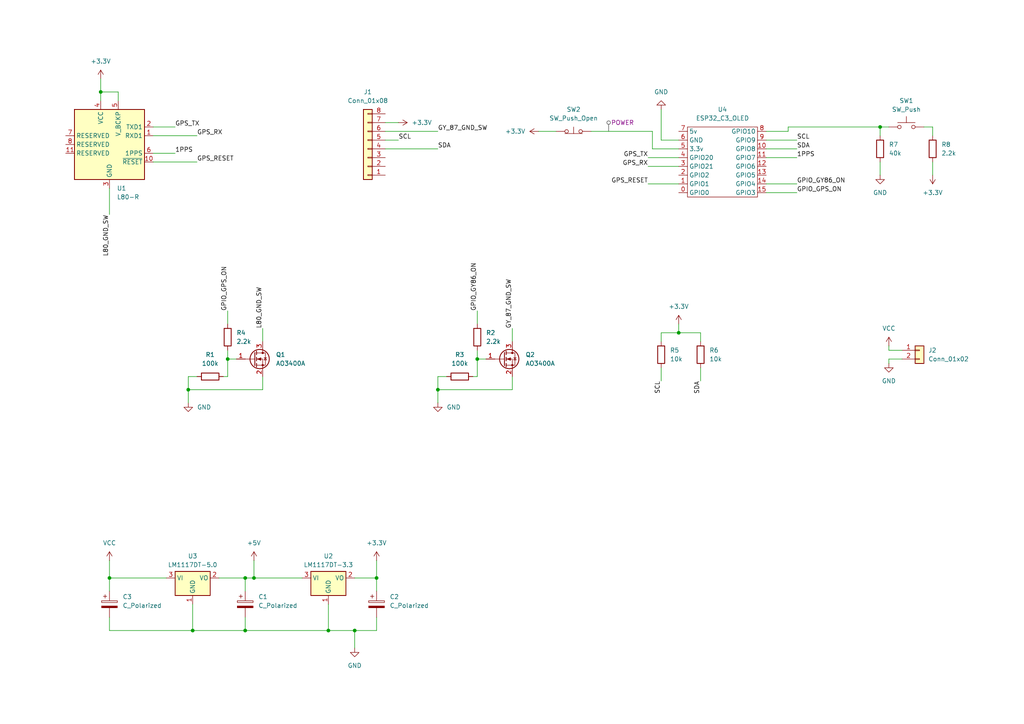
<source format=kicad_sch>
(kicad_sch
	(version 20250114)
	(generator "eeschema")
	(generator_version "9.0")
	(uuid "31556bbb-d2ef-4237-bfc8-f6b321d6c5e7")
	(paper "A4")
	(lib_symbols
		(symbol "Connector_Generic:Conn_01x02"
			(pin_names
				(offset 1.016)
				(hide yes)
			)
			(exclude_from_sim no)
			(in_bom yes)
			(on_board yes)
			(property "Reference" "J"
				(at 0 2.54 0)
				(effects
					(font
						(size 1.27 1.27)
					)
				)
			)
			(property "Value" "Conn_01x02"
				(at 0 -5.08 0)
				(effects
					(font
						(size 1.27 1.27)
					)
				)
			)
			(property "Footprint" ""
				(at 0 0 0)
				(effects
					(font
						(size 1.27 1.27)
					)
					(hide yes)
				)
			)
			(property "Datasheet" "~"
				(at 0 0 0)
				(effects
					(font
						(size 1.27 1.27)
					)
					(hide yes)
				)
			)
			(property "Description" "Generic connector, single row, 01x02, script generated (kicad-library-utils/schlib/autogen/connector/)"
				(at 0 0 0)
				(effects
					(font
						(size 1.27 1.27)
					)
					(hide yes)
				)
			)
			(property "ki_keywords" "connector"
				(at 0 0 0)
				(effects
					(font
						(size 1.27 1.27)
					)
					(hide yes)
				)
			)
			(property "ki_fp_filters" "Connector*:*_1x??_*"
				(at 0 0 0)
				(effects
					(font
						(size 1.27 1.27)
					)
					(hide yes)
				)
			)
			(symbol "Conn_01x02_1_1"
				(rectangle
					(start -1.27 1.27)
					(end 1.27 -3.81)
					(stroke
						(width 0.254)
						(type default)
					)
					(fill
						(type background)
					)
				)
				(rectangle
					(start -1.27 0.127)
					(end 0 -0.127)
					(stroke
						(width 0.1524)
						(type default)
					)
					(fill
						(type none)
					)
				)
				(rectangle
					(start -1.27 -2.413)
					(end 0 -2.667)
					(stroke
						(width 0.1524)
						(type default)
					)
					(fill
						(type none)
					)
				)
				(pin passive line
					(at -5.08 0 0)
					(length 3.81)
					(name "Pin_1"
						(effects
							(font
								(size 1.27 1.27)
							)
						)
					)
					(number "1"
						(effects
							(font
								(size 1.27 1.27)
							)
						)
					)
				)
				(pin passive line
					(at -5.08 -2.54 0)
					(length 3.81)
					(name "Pin_2"
						(effects
							(font
								(size 1.27 1.27)
							)
						)
					)
					(number "2"
						(effects
							(font
								(size 1.27 1.27)
							)
						)
					)
				)
			)
			(embedded_fonts no)
		)
		(symbol "Connector_Generic:Conn_01x08"
			(pin_names
				(offset 1.016)
				(hide yes)
			)
			(exclude_from_sim no)
			(in_bom yes)
			(on_board yes)
			(property "Reference" "J"
				(at 0 10.16 0)
				(effects
					(font
						(size 1.27 1.27)
					)
				)
			)
			(property "Value" "Conn_01x08"
				(at 0 -12.7 0)
				(effects
					(font
						(size 1.27 1.27)
					)
				)
			)
			(property "Footprint" ""
				(at 0 0 0)
				(effects
					(font
						(size 1.27 1.27)
					)
					(hide yes)
				)
			)
			(property "Datasheet" "~"
				(at 0 0 0)
				(effects
					(font
						(size 1.27 1.27)
					)
					(hide yes)
				)
			)
			(property "Description" "Generic connector, single row, 01x08, script generated (kicad-library-utils/schlib/autogen/connector/)"
				(at 0 0 0)
				(effects
					(font
						(size 1.27 1.27)
					)
					(hide yes)
				)
			)
			(property "ki_keywords" "connector"
				(at 0 0 0)
				(effects
					(font
						(size 1.27 1.27)
					)
					(hide yes)
				)
			)
			(property "ki_fp_filters" "Connector*:*_1x??_*"
				(at 0 0 0)
				(effects
					(font
						(size 1.27 1.27)
					)
					(hide yes)
				)
			)
			(symbol "Conn_01x08_1_1"
				(rectangle
					(start -1.27 8.89)
					(end 1.27 -11.43)
					(stroke
						(width 0.254)
						(type default)
					)
					(fill
						(type background)
					)
				)
				(rectangle
					(start -1.27 7.747)
					(end 0 7.493)
					(stroke
						(width 0.1524)
						(type default)
					)
					(fill
						(type none)
					)
				)
				(rectangle
					(start -1.27 5.207)
					(end 0 4.953)
					(stroke
						(width 0.1524)
						(type default)
					)
					(fill
						(type none)
					)
				)
				(rectangle
					(start -1.27 2.667)
					(end 0 2.413)
					(stroke
						(width 0.1524)
						(type default)
					)
					(fill
						(type none)
					)
				)
				(rectangle
					(start -1.27 0.127)
					(end 0 -0.127)
					(stroke
						(width 0.1524)
						(type default)
					)
					(fill
						(type none)
					)
				)
				(rectangle
					(start -1.27 -2.413)
					(end 0 -2.667)
					(stroke
						(width 0.1524)
						(type default)
					)
					(fill
						(type none)
					)
				)
				(rectangle
					(start -1.27 -4.953)
					(end 0 -5.207)
					(stroke
						(width 0.1524)
						(type default)
					)
					(fill
						(type none)
					)
				)
				(rectangle
					(start -1.27 -7.493)
					(end 0 -7.747)
					(stroke
						(width 0.1524)
						(type default)
					)
					(fill
						(type none)
					)
				)
				(rectangle
					(start -1.27 -10.033)
					(end 0 -10.287)
					(stroke
						(width 0.1524)
						(type default)
					)
					(fill
						(type none)
					)
				)
				(pin passive line
					(at -5.08 7.62 0)
					(length 3.81)
					(name "Pin_1"
						(effects
							(font
								(size 1.27 1.27)
							)
						)
					)
					(number "1"
						(effects
							(font
								(size 1.27 1.27)
							)
						)
					)
				)
				(pin passive line
					(at -5.08 5.08 0)
					(length 3.81)
					(name "Pin_2"
						(effects
							(font
								(size 1.27 1.27)
							)
						)
					)
					(number "2"
						(effects
							(font
								(size 1.27 1.27)
							)
						)
					)
				)
				(pin passive line
					(at -5.08 2.54 0)
					(length 3.81)
					(name "Pin_3"
						(effects
							(font
								(size 1.27 1.27)
							)
						)
					)
					(number "3"
						(effects
							(font
								(size 1.27 1.27)
							)
						)
					)
				)
				(pin passive line
					(at -5.08 0 0)
					(length 3.81)
					(name "Pin_4"
						(effects
							(font
								(size 1.27 1.27)
							)
						)
					)
					(number "4"
						(effects
							(font
								(size 1.27 1.27)
							)
						)
					)
				)
				(pin passive line
					(at -5.08 -2.54 0)
					(length 3.81)
					(name "Pin_5"
						(effects
							(font
								(size 1.27 1.27)
							)
						)
					)
					(number "5"
						(effects
							(font
								(size 1.27 1.27)
							)
						)
					)
				)
				(pin passive line
					(at -5.08 -5.08 0)
					(length 3.81)
					(name "Pin_6"
						(effects
							(font
								(size 1.27 1.27)
							)
						)
					)
					(number "6"
						(effects
							(font
								(size 1.27 1.27)
							)
						)
					)
				)
				(pin passive line
					(at -5.08 -7.62 0)
					(length 3.81)
					(name "Pin_7"
						(effects
							(font
								(size 1.27 1.27)
							)
						)
					)
					(number "7"
						(effects
							(font
								(size 1.27 1.27)
							)
						)
					)
				)
				(pin passive line
					(at -5.08 -10.16 0)
					(length 3.81)
					(name "Pin_8"
						(effects
							(font
								(size 1.27 1.27)
							)
						)
					)
					(number "8"
						(effects
							(font
								(size 1.27 1.27)
							)
						)
					)
				)
			)
			(embedded_fonts no)
		)
		(symbol "Device:C_Polarized"
			(pin_numbers
				(hide yes)
			)
			(pin_names
				(offset 0.254)
			)
			(exclude_from_sim no)
			(in_bom yes)
			(on_board yes)
			(property "Reference" "C"
				(at 0.635 2.54 0)
				(effects
					(font
						(size 1.27 1.27)
					)
					(justify left)
				)
			)
			(property "Value" "C_Polarized"
				(at 0.635 -2.54 0)
				(effects
					(font
						(size 1.27 1.27)
					)
					(justify left)
				)
			)
			(property "Footprint" ""
				(at 0.9652 -3.81 0)
				(effects
					(font
						(size 1.27 1.27)
					)
					(hide yes)
				)
			)
			(property "Datasheet" "~"
				(at 0 0 0)
				(effects
					(font
						(size 1.27 1.27)
					)
					(hide yes)
				)
			)
			(property "Description" "Polarized capacitor"
				(at 0 0 0)
				(effects
					(font
						(size 1.27 1.27)
					)
					(hide yes)
				)
			)
			(property "ki_keywords" "cap capacitor"
				(at 0 0 0)
				(effects
					(font
						(size 1.27 1.27)
					)
					(hide yes)
				)
			)
			(property "ki_fp_filters" "CP_*"
				(at 0 0 0)
				(effects
					(font
						(size 1.27 1.27)
					)
					(hide yes)
				)
			)
			(symbol "C_Polarized_0_1"
				(rectangle
					(start -2.286 0.508)
					(end 2.286 1.016)
					(stroke
						(width 0)
						(type default)
					)
					(fill
						(type none)
					)
				)
				(polyline
					(pts
						(xy -1.778 2.286) (xy -0.762 2.286)
					)
					(stroke
						(width 0)
						(type default)
					)
					(fill
						(type none)
					)
				)
				(polyline
					(pts
						(xy -1.27 2.794) (xy -1.27 1.778)
					)
					(stroke
						(width 0)
						(type default)
					)
					(fill
						(type none)
					)
				)
				(rectangle
					(start 2.286 -0.508)
					(end -2.286 -1.016)
					(stroke
						(width 0)
						(type default)
					)
					(fill
						(type outline)
					)
				)
			)
			(symbol "C_Polarized_1_1"
				(pin passive line
					(at 0 3.81 270)
					(length 2.794)
					(name "~"
						(effects
							(font
								(size 1.27 1.27)
							)
						)
					)
					(number "1"
						(effects
							(font
								(size 1.27 1.27)
							)
						)
					)
				)
				(pin passive line
					(at 0 -3.81 90)
					(length 2.794)
					(name "~"
						(effects
							(font
								(size 1.27 1.27)
							)
						)
					)
					(number "2"
						(effects
							(font
								(size 1.27 1.27)
							)
						)
					)
				)
			)
			(embedded_fonts no)
		)
		(symbol "Device:R"
			(pin_numbers
				(hide yes)
			)
			(pin_names
				(offset 0)
			)
			(exclude_from_sim no)
			(in_bom yes)
			(on_board yes)
			(property "Reference" "R"
				(at 2.032 0 90)
				(effects
					(font
						(size 1.27 1.27)
					)
				)
			)
			(property "Value" "R"
				(at 0 0 90)
				(effects
					(font
						(size 1.27 1.27)
					)
				)
			)
			(property "Footprint" ""
				(at -1.778 0 90)
				(effects
					(font
						(size 1.27 1.27)
					)
					(hide yes)
				)
			)
			(property "Datasheet" "~"
				(at 0 0 0)
				(effects
					(font
						(size 1.27 1.27)
					)
					(hide yes)
				)
			)
			(property "Description" "Resistor"
				(at 0 0 0)
				(effects
					(font
						(size 1.27 1.27)
					)
					(hide yes)
				)
			)
			(property "ki_keywords" "R res resistor"
				(at 0 0 0)
				(effects
					(font
						(size 1.27 1.27)
					)
					(hide yes)
				)
			)
			(property "ki_fp_filters" "R_*"
				(at 0 0 0)
				(effects
					(font
						(size 1.27 1.27)
					)
					(hide yes)
				)
			)
			(symbol "R_0_1"
				(rectangle
					(start -1.016 -2.54)
					(end 1.016 2.54)
					(stroke
						(width 0.254)
						(type default)
					)
					(fill
						(type none)
					)
				)
			)
			(symbol "R_1_1"
				(pin passive line
					(at 0 3.81 270)
					(length 1.27)
					(name "~"
						(effects
							(font
								(size 1.27 1.27)
							)
						)
					)
					(number "1"
						(effects
							(font
								(size 1.27 1.27)
							)
						)
					)
				)
				(pin passive line
					(at 0 -3.81 90)
					(length 1.27)
					(name "~"
						(effects
							(font
								(size 1.27 1.27)
							)
						)
					)
					(number "2"
						(effects
							(font
								(size 1.27 1.27)
							)
						)
					)
				)
			)
			(embedded_fonts no)
		)
		(symbol "Mine9.0:ESP32_C3_OLED"
			(exclude_from_sim no)
			(in_bom yes)
			(on_board yes)
			(property "Reference" "U"
				(at -0.254 13.462 0)
				(effects
					(font
						(size 1.27 1.27)
					)
				)
			)
			(property "Value" "ESP32_C3_OLED"
				(at 0 0 90)
				(effects
					(font
						(size 1.27 1.27)
					)
				)
			)
			(property "Footprint" ""
				(at 0 0 0)
				(effects
					(font
						(size 1.27 1.27)
					)
					(hide yes)
				)
			)
			(property "Datasheet" ""
				(at 0 0 0)
				(effects
					(font
						(size 1.27 1.27)
					)
					(hide yes)
				)
			)
			(property "Description" ""
				(at 0 0 0)
				(effects
					(font
						(size 1.27 1.27)
					)
					(hide yes)
				)
			)
			(symbol "ESP32_C3_OLED_0_1"
				(polyline
					(pts
						(xy -10.16 10.16) (xy -10.16 -10.16) (xy 10.16 -10.16) (xy 10.16 10.16) (xy -10.16 10.16)
					)
					(stroke
						(width 0)
						(type default)
					)
					(fill
						(type none)
					)
				)
			)
			(symbol "ESP32_C3_OLED_1_1"
				(pin input line
					(at -12.7 8.89 0)
					(length 2.54)
					(name "5v"
						(effects
							(font
								(size 1.27 1.27)
							)
						)
					)
					(number "7"
						(effects
							(font
								(size 1.27 1.27)
							)
						)
					)
				)
				(pin input line
					(at -12.7 6.35 0)
					(length 2.54)
					(name "GND"
						(effects
							(font
								(size 1.27 1.27)
							)
						)
					)
					(number "6"
						(effects
							(font
								(size 1.27 1.27)
							)
						)
					)
				)
				(pin input line
					(at -12.7 3.81 0)
					(length 2.54)
					(name "3.3v"
						(effects
							(font
								(size 1.27 1.27)
							)
						)
					)
					(number "5"
						(effects
							(font
								(size 1.27 1.27)
							)
						)
					)
				)
				(pin bidirectional line
					(at -12.7 1.27 0)
					(length 2.54)
					(name "GPIO20"
						(effects
							(font
								(size 1.27 1.27)
							)
						)
					)
					(number "4"
						(effects
							(font
								(size 1.27 1.27)
							)
						)
					)
				)
				(pin bidirectional line
					(at -12.7 -1.27 0)
					(length 2.54)
					(name "GPIO21"
						(effects
							(font
								(size 1.27 1.27)
							)
						)
					)
					(number "3"
						(effects
							(font
								(size 1.27 1.27)
							)
						)
					)
				)
				(pin bidirectional line
					(at -12.7 -3.81 0)
					(length 2.54)
					(name "GPIO2"
						(effects
							(font
								(size 1.27 1.27)
							)
						)
					)
					(number "2"
						(effects
							(font
								(size 1.27 1.27)
							)
						)
					)
				)
				(pin bidirectional line
					(at -12.7 -6.35 0)
					(length 2.54)
					(name "GPIO1"
						(effects
							(font
								(size 1.27 1.27)
							)
						)
					)
					(number "1"
						(effects
							(font
								(size 1.27 1.27)
							)
						)
					)
				)
				(pin bidirectional line
					(at -12.7 -8.89 0)
					(length 2.54)
					(name "GPIO0"
						(effects
							(font
								(size 1.27 1.27)
							)
						)
					)
					(number "0"
						(effects
							(font
								(size 1.27 1.27)
							)
						)
					)
				)
				(pin bidirectional line
					(at 12.7 8.89 180)
					(length 2.54)
					(name "GPIO10"
						(effects
							(font
								(size 1.27 1.27)
							)
						)
					)
					(number "8"
						(effects
							(font
								(size 1.27 1.27)
							)
						)
					)
				)
				(pin bidirectional line
					(at 12.7 6.35 180)
					(length 2.54)
					(name "GPIO9"
						(effects
							(font
								(size 1.27 1.27)
							)
						)
					)
					(number "9"
						(effects
							(font
								(size 1.27 1.27)
							)
						)
					)
				)
				(pin bidirectional line
					(at 12.7 3.81 180)
					(length 2.54)
					(name "GPIO8"
						(effects
							(font
								(size 1.27 1.27)
							)
						)
					)
					(number "10"
						(effects
							(font
								(size 1.27 1.27)
							)
						)
					)
				)
				(pin bidirectional line
					(at 12.7 1.27 180)
					(length 2.54)
					(name "GPIO7"
						(effects
							(font
								(size 1.27 1.27)
							)
						)
					)
					(number "11"
						(effects
							(font
								(size 1.27 1.27)
							)
						)
					)
				)
				(pin bidirectional line
					(at 12.7 -1.27 180)
					(length 2.54)
					(name "GPIO6"
						(effects
							(font
								(size 1.27 1.27)
							)
						)
					)
					(number "12"
						(effects
							(font
								(size 1.27 1.27)
							)
						)
					)
				)
				(pin bidirectional line
					(at 12.7 -3.81 180)
					(length 2.54)
					(name "GPIO5"
						(effects
							(font
								(size 1.27 1.27)
							)
						)
					)
					(number "13"
						(effects
							(font
								(size 1.27 1.27)
							)
						)
					)
				)
				(pin bidirectional line
					(at 12.7 -6.35 180)
					(length 2.54)
					(name "GPIO4"
						(effects
							(font
								(size 1.27 1.27)
							)
						)
					)
					(number "14"
						(effects
							(font
								(size 1.27 1.27)
							)
						)
					)
				)
				(pin bidirectional line
					(at 12.7 -8.89 180)
					(length 2.54)
					(name "GPIO3"
						(effects
							(font
								(size 1.27 1.27)
							)
						)
					)
					(number "15"
						(effects
							(font
								(size 1.27 1.27)
							)
						)
					)
				)
			)
			(embedded_fonts no)
		)
		(symbol "RF_GPS:L80-R"
			(exclude_from_sim no)
			(in_bom yes)
			(on_board yes)
			(property "Reference" "U"
				(at -10.16 11.43 0)
				(effects
					(font
						(size 1.27 1.27)
					)
					(justify left)
				)
			)
			(property "Value" "L80-R"
				(at 10.16 11.43 0)
				(effects
					(font
						(size 1.27 1.27)
					)
					(justify right)
				)
			)
			(property "Footprint" "RF_GPS:Quectel_L80-R"
				(at 0 -22.86 0)
				(effects
					(font
						(size 1.27 1.27)
					)
					(hide yes)
				)
			)
			(property "Datasheet" "https://www.quectel.com/UploadImage/Downlad/Quectel_L80-R_Hardware_Design_V1.2.pdf"
				(at 0 0 0)
				(effects
					(font
						(size 1.27 1.27)
					)
					(hide yes)
				)
			)
			(property "Description" "Quectel GPS Module"
				(at 0 0 0)
				(effects
					(font
						(size 1.27 1.27)
					)
					(hide yes)
				)
			)
			(property "ki_keywords" "quectel GPS GNSS module"
				(at 0 0 0)
				(effects
					(font
						(size 1.27 1.27)
					)
					(hide yes)
				)
			)
			(property "ki_fp_filters" "Quectel*L80*R*"
				(at 0 0 0)
				(effects
					(font
						(size 1.27 1.27)
					)
					(hide yes)
				)
			)
			(symbol "L80-R_0_1"
				(rectangle
					(start -10.16 10.16)
					(end 10.16 -10.16)
					(stroke
						(width 0.254)
						(type default)
					)
					(fill
						(type background)
					)
				)
			)
			(symbol "L80-R_1_1"
				(pin passive line
					(at -12.7 2.54 0)
					(length 2.54)
					(name "RESERVED"
						(effects
							(font
								(size 1.27 1.27)
							)
						)
					)
					(number "7"
						(effects
							(font
								(size 1.27 1.27)
							)
						)
					)
				)
				(pin passive line
					(at -12.7 0 0)
					(length 2.54)
					(name "RESERVED"
						(effects
							(font
								(size 1.27 1.27)
							)
						)
					)
					(number "8"
						(effects
							(font
								(size 1.27 1.27)
							)
						)
					)
				)
				(pin passive line
					(at -12.7 -2.54 0)
					(length 2.54)
					(name "RESERVED"
						(effects
							(font
								(size 1.27 1.27)
							)
						)
					)
					(number "11"
						(effects
							(font
								(size 1.27 1.27)
							)
						)
					)
				)
				(pin power_in line
					(at -2.54 12.7 270)
					(length 2.54)
					(name "VCC"
						(effects
							(font
								(size 1.27 1.27)
							)
						)
					)
					(number "4"
						(effects
							(font
								(size 1.27 1.27)
							)
						)
					)
				)
				(pin passive line
					(at 0 -12.7 90)
					(length 2.54)
					(hide yes)
					(name "GND"
						(effects
							(font
								(size 1.27 1.27)
							)
						)
					)
					(number "12"
						(effects
							(font
								(size 1.27 1.27)
							)
						)
					)
				)
				(pin power_in line
					(at 0 -12.7 90)
					(length 2.54)
					(name "GND"
						(effects
							(font
								(size 1.27 1.27)
							)
						)
					)
					(number "3"
						(effects
							(font
								(size 1.27 1.27)
							)
						)
					)
				)
				(pin power_in line
					(at 2.54 12.7 270)
					(length 2.54)
					(name "V_BCKP"
						(effects
							(font
								(size 1.27 1.27)
							)
						)
					)
					(number "5"
						(effects
							(font
								(size 1.27 1.27)
							)
						)
					)
				)
				(pin no_connect line
					(at 10.16 0 180)
					(length 2.54)
					(hide yes)
					(name "NC"
						(effects
							(font
								(size 1.27 1.27)
							)
						)
					)
					(number "9"
						(effects
							(font
								(size 1.27 1.27)
							)
						)
					)
				)
				(pin output line
					(at 12.7 5.08 180)
					(length 2.54)
					(name "TXD1"
						(effects
							(font
								(size 1.27 1.27)
							)
						)
					)
					(number "2"
						(effects
							(font
								(size 1.27 1.27)
							)
						)
					)
				)
				(pin input line
					(at 12.7 2.54 180)
					(length 2.54)
					(name "RXD1"
						(effects
							(font
								(size 1.27 1.27)
							)
						)
					)
					(number "1"
						(effects
							(font
								(size 1.27 1.27)
							)
						)
					)
				)
				(pin output line
					(at 12.7 -2.54 180)
					(length 2.54)
					(name "1PPS"
						(effects
							(font
								(size 1.27 1.27)
							)
						)
					)
					(number "6"
						(effects
							(font
								(size 1.27 1.27)
							)
						)
					)
				)
				(pin input line
					(at 12.7 -5.08 180)
					(length 2.54)
					(name "~{RESET}"
						(effects
							(font
								(size 1.27 1.27)
							)
						)
					)
					(number "10"
						(effects
							(font
								(size 1.27 1.27)
							)
						)
					)
				)
			)
			(embedded_fonts no)
		)
		(symbol "Regulator_Linear:LM1117DT-3.3"
			(exclude_from_sim no)
			(in_bom yes)
			(on_board yes)
			(property "Reference" "U"
				(at -3.81 3.175 0)
				(effects
					(font
						(size 1.27 1.27)
					)
				)
			)
			(property "Value" "LM1117DT-3.3"
				(at 0 3.175 0)
				(effects
					(font
						(size 1.27 1.27)
					)
					(justify left)
				)
			)
			(property "Footprint" "Package_TO_SOT_SMD:TO-252-3_TabPin2"
				(at 0 0 0)
				(effects
					(font
						(size 1.27 1.27)
					)
					(hide yes)
				)
			)
			(property "Datasheet" "http://www.ti.com/lit/ds/symlink/lm1117.pdf"
				(at 0 0 0)
				(effects
					(font
						(size 1.27 1.27)
					)
					(hide yes)
				)
			)
			(property "Description" "800mA Low-Dropout Linear Regulator, 3.3V fixed output, TO-252"
				(at 0 0 0)
				(effects
					(font
						(size 1.27 1.27)
					)
					(hide yes)
				)
			)
			(property "ki_keywords" "linear regulator ldo fixed positive"
				(at 0 0 0)
				(effects
					(font
						(size 1.27 1.27)
					)
					(hide yes)
				)
			)
			(property "ki_fp_filters" "TO?252*"
				(at 0 0 0)
				(effects
					(font
						(size 1.27 1.27)
					)
					(hide yes)
				)
			)
			(symbol "LM1117DT-3.3_0_1"
				(rectangle
					(start -5.08 -5.08)
					(end 5.08 1.905)
					(stroke
						(width 0.254)
						(type default)
					)
					(fill
						(type background)
					)
				)
			)
			(symbol "LM1117DT-3.3_1_1"
				(pin power_in line
					(at -7.62 0 0)
					(length 2.54)
					(name "VI"
						(effects
							(font
								(size 1.27 1.27)
							)
						)
					)
					(number "3"
						(effects
							(font
								(size 1.27 1.27)
							)
						)
					)
				)
				(pin power_in line
					(at 0 -7.62 90)
					(length 2.54)
					(name "GND"
						(effects
							(font
								(size 1.27 1.27)
							)
						)
					)
					(number "1"
						(effects
							(font
								(size 1.27 1.27)
							)
						)
					)
				)
				(pin power_out line
					(at 7.62 0 180)
					(length 2.54)
					(name "VO"
						(effects
							(font
								(size 1.27 1.27)
							)
						)
					)
					(number "2"
						(effects
							(font
								(size 1.27 1.27)
							)
						)
					)
				)
			)
			(embedded_fonts no)
		)
		(symbol "Regulator_Linear:LM1117DT-5.0"
			(exclude_from_sim no)
			(in_bom yes)
			(on_board yes)
			(property "Reference" "U"
				(at -3.81 3.175 0)
				(effects
					(font
						(size 1.27 1.27)
					)
				)
			)
			(property "Value" "LM1117DT-5.0"
				(at 0 3.175 0)
				(effects
					(font
						(size 1.27 1.27)
					)
					(justify left)
				)
			)
			(property "Footprint" "Package_TO_SOT_SMD:TO-252-3_TabPin2"
				(at 0 0 0)
				(effects
					(font
						(size 1.27 1.27)
					)
					(hide yes)
				)
			)
			(property "Datasheet" "http://www.ti.com/lit/ds/symlink/lm1117.pdf"
				(at 0 0 0)
				(effects
					(font
						(size 1.27 1.27)
					)
					(hide yes)
				)
			)
			(property "Description" "800mA Low-Dropout Linear Regulator, 5.0V fixed output, TO-252"
				(at 0 0 0)
				(effects
					(font
						(size 1.27 1.27)
					)
					(hide yes)
				)
			)
			(property "ki_keywords" "linear regulator ldo fixed positive"
				(at 0 0 0)
				(effects
					(font
						(size 1.27 1.27)
					)
					(hide yes)
				)
			)
			(property "ki_fp_filters" "TO?252*"
				(at 0 0 0)
				(effects
					(font
						(size 1.27 1.27)
					)
					(hide yes)
				)
			)
			(symbol "LM1117DT-5.0_0_1"
				(rectangle
					(start -5.08 -5.08)
					(end 5.08 1.905)
					(stroke
						(width 0.254)
						(type default)
					)
					(fill
						(type background)
					)
				)
			)
			(symbol "LM1117DT-5.0_1_1"
				(pin power_in line
					(at -7.62 0 0)
					(length 2.54)
					(name "VI"
						(effects
							(font
								(size 1.27 1.27)
							)
						)
					)
					(number "3"
						(effects
							(font
								(size 1.27 1.27)
							)
						)
					)
				)
				(pin power_in line
					(at 0 -7.62 90)
					(length 2.54)
					(name "GND"
						(effects
							(font
								(size 1.27 1.27)
							)
						)
					)
					(number "1"
						(effects
							(font
								(size 1.27 1.27)
							)
						)
					)
				)
				(pin power_out line
					(at 7.62 0 180)
					(length 2.54)
					(name "VO"
						(effects
							(font
								(size 1.27 1.27)
							)
						)
					)
					(number "2"
						(effects
							(font
								(size 1.27 1.27)
							)
						)
					)
				)
			)
			(embedded_fonts no)
		)
		(symbol "Switch:SW_Push"
			(pin_numbers
				(hide yes)
			)
			(pin_names
				(offset 1.016)
				(hide yes)
			)
			(exclude_from_sim no)
			(in_bom yes)
			(on_board yes)
			(property "Reference" "SW"
				(at 1.27 2.54 0)
				(effects
					(font
						(size 1.27 1.27)
					)
					(justify left)
				)
			)
			(property "Value" "SW_Push"
				(at 0 -1.524 0)
				(effects
					(font
						(size 1.27 1.27)
					)
				)
			)
			(property "Footprint" ""
				(at 0 5.08 0)
				(effects
					(font
						(size 1.27 1.27)
					)
					(hide yes)
				)
			)
			(property "Datasheet" "~"
				(at 0 5.08 0)
				(effects
					(font
						(size 1.27 1.27)
					)
					(hide yes)
				)
			)
			(property "Description" "Push button switch, generic, two pins"
				(at 0 0 0)
				(effects
					(font
						(size 1.27 1.27)
					)
					(hide yes)
				)
			)
			(property "ki_keywords" "switch normally-open pushbutton push-button"
				(at 0 0 0)
				(effects
					(font
						(size 1.27 1.27)
					)
					(hide yes)
				)
			)
			(symbol "SW_Push_0_1"
				(circle
					(center -2.032 0)
					(radius 0.508)
					(stroke
						(width 0)
						(type default)
					)
					(fill
						(type none)
					)
				)
				(polyline
					(pts
						(xy 0 1.27) (xy 0 3.048)
					)
					(stroke
						(width 0)
						(type default)
					)
					(fill
						(type none)
					)
				)
				(circle
					(center 2.032 0)
					(radius 0.508)
					(stroke
						(width 0)
						(type default)
					)
					(fill
						(type none)
					)
				)
				(polyline
					(pts
						(xy 2.54 1.27) (xy -2.54 1.27)
					)
					(stroke
						(width 0)
						(type default)
					)
					(fill
						(type none)
					)
				)
				(pin passive line
					(at -5.08 0 0)
					(length 2.54)
					(name "1"
						(effects
							(font
								(size 1.27 1.27)
							)
						)
					)
					(number "1"
						(effects
							(font
								(size 1.27 1.27)
							)
						)
					)
				)
				(pin passive line
					(at 5.08 0 180)
					(length 2.54)
					(name "2"
						(effects
							(font
								(size 1.27 1.27)
							)
						)
					)
					(number "2"
						(effects
							(font
								(size 1.27 1.27)
							)
						)
					)
				)
			)
			(embedded_fonts no)
		)
		(symbol "Switch:SW_Push_Open"
			(pin_numbers
				(hide yes)
			)
			(pin_names
				(offset 1.016)
				(hide yes)
			)
			(exclude_from_sim no)
			(in_bom yes)
			(on_board yes)
			(property "Reference" "SW"
				(at 0 2.54 0)
				(effects
					(font
						(size 1.27 1.27)
					)
				)
			)
			(property "Value" "SW_Push_Open"
				(at 0 -1.905 0)
				(effects
					(font
						(size 1.27 1.27)
					)
				)
			)
			(property "Footprint" ""
				(at 0 5.08 0)
				(effects
					(font
						(size 1.27 1.27)
					)
					(hide yes)
				)
			)
			(property "Datasheet" "~"
				(at 0 5.08 0)
				(effects
					(font
						(size 1.27 1.27)
					)
					(hide yes)
				)
			)
			(property "Description" "Push button switch, push-to-open, generic, two pins"
				(at 0 0 0)
				(effects
					(font
						(size 1.27 1.27)
					)
					(hide yes)
				)
			)
			(property "ki_keywords" "switch normally-closed pushbutton push-button"
				(at 0 0 0)
				(effects
					(font
						(size 1.27 1.27)
					)
					(hide yes)
				)
			)
			(symbol "SW_Push_Open_0_1"
				(polyline
					(pts
						(xy -2.54 -0.635) (xy 2.54 -0.635)
					)
					(stroke
						(width 0)
						(type default)
					)
					(fill
						(type none)
					)
				)
				(circle
					(center -2.032 0)
					(radius 0.508)
					(stroke
						(width 0)
						(type default)
					)
					(fill
						(type none)
					)
				)
				(polyline
					(pts
						(xy 0 -0.635) (xy 0 1.27)
					)
					(stroke
						(width 0)
						(type default)
					)
					(fill
						(type none)
					)
				)
				(circle
					(center 2.032 0)
					(radius 0.508)
					(stroke
						(width 0)
						(type default)
					)
					(fill
						(type none)
					)
				)
				(pin passive line
					(at -5.08 0 0)
					(length 2.54)
					(name "A"
						(effects
							(font
								(size 1.27 1.27)
							)
						)
					)
					(number "1"
						(effects
							(font
								(size 1.27 1.27)
							)
						)
					)
				)
			)
			(symbol "SW_Push_Open_1_1"
				(pin passive line
					(at 5.08 0 180)
					(length 2.54)
					(name "B"
						(effects
							(font
								(size 1.27 1.27)
							)
						)
					)
					(number "2"
						(effects
							(font
								(size 1.27 1.27)
							)
						)
					)
				)
			)
			(embedded_fonts no)
		)
		(symbol "Transistor_FET:AO3400A"
			(pin_names
				(offset 0)
				(hide yes)
			)
			(exclude_from_sim no)
			(in_bom yes)
			(on_board yes)
			(property "Reference" "Q"
				(at 5.08 1.905 0)
				(effects
					(font
						(size 1.27 1.27)
					)
					(justify left)
				)
			)
			(property "Value" "AO3400A"
				(at 5.08 0 0)
				(effects
					(font
						(size 1.27 1.27)
					)
					(justify left)
				)
			)
			(property "Footprint" "Package_TO_SOT_SMD:SOT-23"
				(at 5.08 -1.905 0)
				(effects
					(font
						(size 1.27 1.27)
						(italic yes)
					)
					(justify left)
					(hide yes)
				)
			)
			(property "Datasheet" "http://www.aosmd.com/pdfs/datasheet/AO3400A.pdf"
				(at 5.08 -3.81 0)
				(effects
					(font
						(size 1.27 1.27)
					)
					(justify left)
					(hide yes)
				)
			)
			(property "Description" "30V Vds, 5.7A Id, N-Channel MOSFET, SOT-23"
				(at 0 0 0)
				(effects
					(font
						(size 1.27 1.27)
					)
					(hide yes)
				)
			)
			(property "ki_keywords" "N-Channel MOSFET"
				(at 0 0 0)
				(effects
					(font
						(size 1.27 1.27)
					)
					(hide yes)
				)
			)
			(property "ki_fp_filters" "SOT?23*"
				(at 0 0 0)
				(effects
					(font
						(size 1.27 1.27)
					)
					(hide yes)
				)
			)
			(symbol "AO3400A_0_1"
				(polyline
					(pts
						(xy 0.254 1.905) (xy 0.254 -1.905)
					)
					(stroke
						(width 0.254)
						(type default)
					)
					(fill
						(type none)
					)
				)
				(polyline
					(pts
						(xy 0.254 0) (xy -2.54 0)
					)
					(stroke
						(width 0)
						(type default)
					)
					(fill
						(type none)
					)
				)
				(polyline
					(pts
						(xy 0.762 2.286) (xy 0.762 1.27)
					)
					(stroke
						(width 0.254)
						(type default)
					)
					(fill
						(type none)
					)
				)
				(polyline
					(pts
						(xy 0.762 0.508) (xy 0.762 -0.508)
					)
					(stroke
						(width 0.254)
						(type default)
					)
					(fill
						(type none)
					)
				)
				(polyline
					(pts
						(xy 0.762 -1.27) (xy 0.762 -2.286)
					)
					(stroke
						(width 0.254)
						(type default)
					)
					(fill
						(type none)
					)
				)
				(polyline
					(pts
						(xy 0.762 -1.778) (xy 3.302 -1.778) (xy 3.302 1.778) (xy 0.762 1.778)
					)
					(stroke
						(width 0)
						(type default)
					)
					(fill
						(type none)
					)
				)
				(polyline
					(pts
						(xy 1.016 0) (xy 2.032 0.381) (xy 2.032 -0.381) (xy 1.016 0)
					)
					(stroke
						(width 0)
						(type default)
					)
					(fill
						(type outline)
					)
				)
				(circle
					(center 1.651 0)
					(radius 2.794)
					(stroke
						(width 0.254)
						(type default)
					)
					(fill
						(type none)
					)
				)
				(polyline
					(pts
						(xy 2.54 2.54) (xy 2.54 1.778)
					)
					(stroke
						(width 0)
						(type default)
					)
					(fill
						(type none)
					)
				)
				(circle
					(center 2.54 1.778)
					(radius 0.254)
					(stroke
						(width 0)
						(type default)
					)
					(fill
						(type outline)
					)
				)
				(circle
					(center 2.54 -1.778)
					(radius 0.254)
					(stroke
						(width 0)
						(type default)
					)
					(fill
						(type outline)
					)
				)
				(polyline
					(pts
						(xy 2.54 -2.54) (xy 2.54 0) (xy 0.762 0)
					)
					(stroke
						(width 0)
						(type default)
					)
					(fill
						(type none)
					)
				)
				(polyline
					(pts
						(xy 2.921 0.381) (xy 3.683 0.381)
					)
					(stroke
						(width 0)
						(type default)
					)
					(fill
						(type none)
					)
				)
				(polyline
					(pts
						(xy 3.302 0.381) (xy 2.921 -0.254) (xy 3.683 -0.254) (xy 3.302 0.381)
					)
					(stroke
						(width 0)
						(type default)
					)
					(fill
						(type none)
					)
				)
			)
			(symbol "AO3400A_1_1"
				(pin input line
					(at -5.08 0 0)
					(length 2.54)
					(name "G"
						(effects
							(font
								(size 1.27 1.27)
							)
						)
					)
					(number "1"
						(effects
							(font
								(size 1.27 1.27)
							)
						)
					)
				)
				(pin passive line
					(at 2.54 5.08 270)
					(length 2.54)
					(name "D"
						(effects
							(font
								(size 1.27 1.27)
							)
						)
					)
					(number "3"
						(effects
							(font
								(size 1.27 1.27)
							)
						)
					)
				)
				(pin passive line
					(at 2.54 -5.08 90)
					(length 2.54)
					(name "S"
						(effects
							(font
								(size 1.27 1.27)
							)
						)
					)
					(number "2"
						(effects
							(font
								(size 1.27 1.27)
							)
						)
					)
				)
			)
			(embedded_fonts no)
		)
		(symbol "power:+3.3V"
			(power)
			(pin_numbers
				(hide yes)
			)
			(pin_names
				(offset 0)
				(hide yes)
			)
			(exclude_from_sim no)
			(in_bom yes)
			(on_board yes)
			(property "Reference" "#PWR"
				(at 0 -3.81 0)
				(effects
					(font
						(size 1.27 1.27)
					)
					(hide yes)
				)
			)
			(property "Value" "+3.3V"
				(at 0 3.556 0)
				(effects
					(font
						(size 1.27 1.27)
					)
				)
			)
			(property "Footprint" ""
				(at 0 0 0)
				(effects
					(font
						(size 1.27 1.27)
					)
					(hide yes)
				)
			)
			(property "Datasheet" ""
				(at 0 0 0)
				(effects
					(font
						(size 1.27 1.27)
					)
					(hide yes)
				)
			)
			(property "Description" "Power symbol creates a global label with name \"+3.3V\""
				(at 0 0 0)
				(effects
					(font
						(size 1.27 1.27)
					)
					(hide yes)
				)
			)
			(property "ki_keywords" "global power"
				(at 0 0 0)
				(effects
					(font
						(size 1.27 1.27)
					)
					(hide yes)
				)
			)
			(symbol "+3.3V_0_1"
				(polyline
					(pts
						(xy -0.762 1.27) (xy 0 2.54)
					)
					(stroke
						(width 0)
						(type default)
					)
					(fill
						(type none)
					)
				)
				(polyline
					(pts
						(xy 0 2.54) (xy 0.762 1.27)
					)
					(stroke
						(width 0)
						(type default)
					)
					(fill
						(type none)
					)
				)
				(polyline
					(pts
						(xy 0 0) (xy 0 2.54)
					)
					(stroke
						(width 0)
						(type default)
					)
					(fill
						(type none)
					)
				)
			)
			(symbol "+3.3V_1_1"
				(pin power_in line
					(at 0 0 90)
					(length 0)
					(name "~"
						(effects
							(font
								(size 1.27 1.27)
							)
						)
					)
					(number "1"
						(effects
							(font
								(size 1.27 1.27)
							)
						)
					)
				)
			)
			(embedded_fonts no)
		)
		(symbol "power:+5V"
			(power)
			(pin_numbers
				(hide yes)
			)
			(pin_names
				(offset 0)
				(hide yes)
			)
			(exclude_from_sim no)
			(in_bom yes)
			(on_board yes)
			(property "Reference" "#PWR"
				(at 0 -3.81 0)
				(effects
					(font
						(size 1.27 1.27)
					)
					(hide yes)
				)
			)
			(property "Value" "+5V"
				(at 0 3.556 0)
				(effects
					(font
						(size 1.27 1.27)
					)
				)
			)
			(property "Footprint" ""
				(at 0 0 0)
				(effects
					(font
						(size 1.27 1.27)
					)
					(hide yes)
				)
			)
			(property "Datasheet" ""
				(at 0 0 0)
				(effects
					(font
						(size 1.27 1.27)
					)
					(hide yes)
				)
			)
			(property "Description" "Power symbol creates a global label with name \"+5V\""
				(at 0 0 0)
				(effects
					(font
						(size 1.27 1.27)
					)
					(hide yes)
				)
			)
			(property "ki_keywords" "global power"
				(at 0 0 0)
				(effects
					(font
						(size 1.27 1.27)
					)
					(hide yes)
				)
			)
			(symbol "+5V_0_1"
				(polyline
					(pts
						(xy -0.762 1.27) (xy 0 2.54)
					)
					(stroke
						(width 0)
						(type default)
					)
					(fill
						(type none)
					)
				)
				(polyline
					(pts
						(xy 0 2.54) (xy 0.762 1.27)
					)
					(stroke
						(width 0)
						(type default)
					)
					(fill
						(type none)
					)
				)
				(polyline
					(pts
						(xy 0 0) (xy 0 2.54)
					)
					(stroke
						(width 0)
						(type default)
					)
					(fill
						(type none)
					)
				)
			)
			(symbol "+5V_1_1"
				(pin power_in line
					(at 0 0 90)
					(length 0)
					(name "~"
						(effects
							(font
								(size 1.27 1.27)
							)
						)
					)
					(number "1"
						(effects
							(font
								(size 1.27 1.27)
							)
						)
					)
				)
			)
			(embedded_fonts no)
		)
		(symbol "power:GND"
			(power)
			(pin_numbers
				(hide yes)
			)
			(pin_names
				(offset 0)
				(hide yes)
			)
			(exclude_from_sim no)
			(in_bom yes)
			(on_board yes)
			(property "Reference" "#PWR"
				(at 0 -6.35 0)
				(effects
					(font
						(size 1.27 1.27)
					)
					(hide yes)
				)
			)
			(property "Value" "GND"
				(at 0 -3.81 0)
				(effects
					(font
						(size 1.27 1.27)
					)
				)
			)
			(property "Footprint" ""
				(at 0 0 0)
				(effects
					(font
						(size 1.27 1.27)
					)
					(hide yes)
				)
			)
			(property "Datasheet" ""
				(at 0 0 0)
				(effects
					(font
						(size 1.27 1.27)
					)
					(hide yes)
				)
			)
			(property "Description" "Power symbol creates a global label with name \"GND\" , ground"
				(at 0 0 0)
				(effects
					(font
						(size 1.27 1.27)
					)
					(hide yes)
				)
			)
			(property "ki_keywords" "global power"
				(at 0 0 0)
				(effects
					(font
						(size 1.27 1.27)
					)
					(hide yes)
				)
			)
			(symbol "GND_0_1"
				(polyline
					(pts
						(xy 0 0) (xy 0 -1.27) (xy 1.27 -1.27) (xy 0 -2.54) (xy -1.27 -1.27) (xy 0 -1.27)
					)
					(stroke
						(width 0)
						(type default)
					)
					(fill
						(type none)
					)
				)
			)
			(symbol "GND_1_1"
				(pin power_in line
					(at 0 0 270)
					(length 0)
					(name "~"
						(effects
							(font
								(size 1.27 1.27)
							)
						)
					)
					(number "1"
						(effects
							(font
								(size 1.27 1.27)
							)
						)
					)
				)
			)
			(embedded_fonts no)
		)
		(symbol "power:VCC"
			(power)
			(pin_numbers
				(hide yes)
			)
			(pin_names
				(offset 0)
				(hide yes)
			)
			(exclude_from_sim no)
			(in_bom yes)
			(on_board yes)
			(property "Reference" "#PWR"
				(at 0 -3.81 0)
				(effects
					(font
						(size 1.27 1.27)
					)
					(hide yes)
				)
			)
			(property "Value" "VCC"
				(at 0 3.556 0)
				(effects
					(font
						(size 1.27 1.27)
					)
				)
			)
			(property "Footprint" ""
				(at 0 0 0)
				(effects
					(font
						(size 1.27 1.27)
					)
					(hide yes)
				)
			)
			(property "Datasheet" ""
				(at 0 0 0)
				(effects
					(font
						(size 1.27 1.27)
					)
					(hide yes)
				)
			)
			(property "Description" "Power symbol creates a global label with name \"VCC\""
				(at 0 0 0)
				(effects
					(font
						(size 1.27 1.27)
					)
					(hide yes)
				)
			)
			(property "ki_keywords" "global power"
				(at 0 0 0)
				(effects
					(font
						(size 1.27 1.27)
					)
					(hide yes)
				)
			)
			(symbol "VCC_0_1"
				(polyline
					(pts
						(xy -0.762 1.27) (xy 0 2.54)
					)
					(stroke
						(width 0)
						(type default)
					)
					(fill
						(type none)
					)
				)
				(polyline
					(pts
						(xy 0 2.54) (xy 0.762 1.27)
					)
					(stroke
						(width 0)
						(type default)
					)
					(fill
						(type none)
					)
				)
				(polyline
					(pts
						(xy 0 0) (xy 0 2.54)
					)
					(stroke
						(width 0)
						(type default)
					)
					(fill
						(type none)
					)
				)
			)
			(symbol "VCC_1_1"
				(pin power_in line
					(at 0 0 90)
					(length 0)
					(name "~"
						(effects
							(font
								(size 1.27 1.27)
							)
						)
					)
					(number "1"
						(effects
							(font
								(size 1.27 1.27)
							)
						)
					)
				)
			)
			(embedded_fonts no)
		)
	)
	(junction
		(at 127 113.03)
		(diameter 0)
		(color 0 0 0 0)
		(uuid "01701c4c-ef31-4c89-9bbc-fd3985a610b9")
	)
	(junction
		(at 73.66 167.64)
		(diameter 0)
		(color 0 0 0 0)
		(uuid "06051d94-74ea-4a67-b6b3-d3cbc3c511b6")
	)
	(junction
		(at 66.04 104.14)
		(diameter 0)
		(color 0 0 0 0)
		(uuid "0936c82a-c65b-4d75-95e9-6d0a25826edb")
	)
	(junction
		(at 196.85 96.52)
		(diameter 0)
		(color 0 0 0 0)
		(uuid "0b0dc8ea-1f12-4908-9ccb-75a9e5a7d926")
	)
	(junction
		(at 71.12 167.64)
		(diameter 0)
		(color 0 0 0 0)
		(uuid "16a171f1-9ace-4bf1-a254-b674859ecbce")
	)
	(junction
		(at 29.21 26.67)
		(diameter 0)
		(color 0 0 0 0)
		(uuid "1ac5eb86-53c8-4a5d-bfa3-1e423554ad62")
	)
	(junction
		(at 109.22 167.64)
		(diameter 0)
		(color 0 0 0 0)
		(uuid "21cb8392-087a-4878-905c-51045d935e2c")
	)
	(junction
		(at 55.88 182.88)
		(diameter 0)
		(color 0 0 0 0)
		(uuid "6970b3e0-0303-44a9-b759-cd901a53f652")
	)
	(junction
		(at 138.43 104.14)
		(diameter 0)
		(color 0 0 0 0)
		(uuid "810c09ef-1416-4aea-8b7b-ac542a63b4a2")
	)
	(junction
		(at 102.87 182.88)
		(diameter 0)
		(color 0 0 0 0)
		(uuid "83385a33-ecfb-44c3-85db-666f45a47fa8")
	)
	(junction
		(at 95.25 182.88)
		(diameter 0)
		(color 0 0 0 0)
		(uuid "8dba49d3-6127-42e3-8c74-c2561c4f7981")
	)
	(junction
		(at 54.61 113.03)
		(diameter 0)
		(color 0 0 0 0)
		(uuid "b43fe4de-6151-4baa-83f8-8070b8235f69")
	)
	(junction
		(at 71.12 182.88)
		(diameter 0)
		(color 0 0 0 0)
		(uuid "cbc53869-2bc3-44e5-be87-861a529da170")
	)
	(junction
		(at 255.27 36.83)
		(diameter 0)
		(color 0 0 0 0)
		(uuid "ce9b04d1-4e4e-4466-97e6-314e06e25ad0")
	)
	(junction
		(at 31.75 167.64)
		(diameter 0)
		(color 0 0 0 0)
		(uuid "f9064594-43c8-4b03-8d11-14476bcf5d7c")
	)
	(wire
		(pts
			(xy 71.12 167.64) (xy 71.12 171.45)
		)
		(stroke
			(width 0)
			(type default)
		)
		(uuid "0241f13f-77b4-4aa3-be30-d47e821a1be2")
	)
	(wire
		(pts
			(xy 138.43 104.14) (xy 138.43 101.6)
		)
		(stroke
			(width 0)
			(type default)
		)
		(uuid "039fda8e-0610-44f0-975c-80e9d94e9a29")
	)
	(wire
		(pts
			(xy 76.2 95.25) (xy 76.2 99.06)
		)
		(stroke
			(width 0)
			(type default)
		)
		(uuid "052bdfb5-3b37-47e7-83d6-520354cb676b")
	)
	(wire
		(pts
			(xy 189.23 43.18) (xy 189.23 38.1)
		)
		(stroke
			(width 0)
			(type default)
		)
		(uuid "08717aed-3e86-43bd-aeee-3884835f3021")
	)
	(wire
		(pts
			(xy 111.76 40.64) (xy 115.57 40.64)
		)
		(stroke
			(width 0)
			(type default)
		)
		(uuid "092f365c-8dbc-4fa5-a2b5-1998fab76033")
	)
	(wire
		(pts
			(xy 34.29 29.21) (xy 34.29 26.67)
		)
		(stroke
			(width 0)
			(type default)
		)
		(uuid "11d2945f-afea-486a-8805-bb47b2e214a4")
	)
	(wire
		(pts
			(xy 111.76 35.56) (xy 115.57 35.56)
		)
		(stroke
			(width 0)
			(type default)
		)
		(uuid "146669ff-59d8-4367-a447-af5acf7306dc")
	)
	(wire
		(pts
			(xy 156.21 38.1) (xy 161.29 38.1)
		)
		(stroke
			(width 0)
			(type default)
		)
		(uuid "1b9c543c-2ac6-4364-9186-19503519ef2a")
	)
	(wire
		(pts
			(xy 129.54 109.22) (xy 127 109.22)
		)
		(stroke
			(width 0)
			(type default)
		)
		(uuid "1c511baf-5499-45ec-967f-fa8d6cd2a848")
	)
	(wire
		(pts
			(xy 109.22 167.64) (xy 109.22 171.45)
		)
		(stroke
			(width 0)
			(type default)
		)
		(uuid "203cb6ec-6f8b-42f1-ac9f-6435d6793174")
	)
	(wire
		(pts
			(xy 148.59 113.03) (xy 148.59 109.22)
		)
		(stroke
			(width 0)
			(type default)
		)
		(uuid "231ef372-dd91-43d0-8111-78ee1771f85a")
	)
	(wire
		(pts
			(xy 257.81 36.83) (xy 255.27 36.83)
		)
		(stroke
			(width 0)
			(type default)
		)
		(uuid "27dfa994-f125-49f0-86e9-cb7aeb80d8af")
	)
	(wire
		(pts
			(xy 127 113.03) (xy 127 116.84)
		)
		(stroke
			(width 0)
			(type default)
		)
		(uuid "28b46f3f-d4ad-4e68-9da6-3ed5779e935e")
	)
	(wire
		(pts
			(xy 63.5 167.64) (xy 71.12 167.64)
		)
		(stroke
			(width 0)
			(type default)
		)
		(uuid "29200a65-ccdd-4ecf-8d6f-70db88336f18")
	)
	(wire
		(pts
			(xy 57.15 109.22) (xy 54.61 109.22)
		)
		(stroke
			(width 0)
			(type default)
		)
		(uuid "29d798f2-11fb-44eb-be47-753d19132ac9")
	)
	(wire
		(pts
			(xy 29.21 22.86) (xy 29.21 26.67)
		)
		(stroke
			(width 0)
			(type default)
		)
		(uuid "3578416f-ee64-4d49-8edc-3b3ffed68d4c")
	)
	(wire
		(pts
			(xy 111.76 38.1) (xy 127 38.1)
		)
		(stroke
			(width 0)
			(type default)
		)
		(uuid "3760d93f-24ea-4bf9-9859-7b5193655257")
	)
	(wire
		(pts
			(xy 31.75 171.45) (xy 31.75 167.64)
		)
		(stroke
			(width 0)
			(type default)
		)
		(uuid "3b31648b-82a4-4c6a-9494-a936187cc4d7")
	)
	(wire
		(pts
			(xy 222.25 45.72) (xy 231.14 45.72)
		)
		(stroke
			(width 0)
			(type default)
		)
		(uuid "3c94dffc-bd8c-4cd6-9519-bfc61fedf893")
	)
	(wire
		(pts
			(xy 71.12 167.64) (xy 73.66 167.64)
		)
		(stroke
			(width 0)
			(type default)
		)
		(uuid "3ebf72e1-1321-465f-94c4-18e9ae1a3c31")
	)
	(wire
		(pts
			(xy 66.04 90.17) (xy 66.04 93.98)
		)
		(stroke
			(width 0)
			(type default)
		)
		(uuid "450a0de6-aa01-45b2-af38-49f18daf14e8")
	)
	(wire
		(pts
			(xy 127 113.03) (xy 148.59 113.03)
		)
		(stroke
			(width 0)
			(type default)
		)
		(uuid "46edb5e1-efda-4f7d-97c7-c90971d7961a")
	)
	(wire
		(pts
			(xy 34.29 26.67) (xy 29.21 26.67)
		)
		(stroke
			(width 0)
			(type default)
		)
		(uuid "4b4c0a85-7cf0-4a33-98c6-ca0d87dfff28")
	)
	(wire
		(pts
			(xy 102.87 167.64) (xy 109.22 167.64)
		)
		(stroke
			(width 0)
			(type default)
		)
		(uuid "4b557b87-fea6-486d-be76-6029fdab7732")
	)
	(wire
		(pts
			(xy 54.61 109.22) (xy 54.61 113.03)
		)
		(stroke
			(width 0)
			(type default)
		)
		(uuid "509f5d1b-e4e9-4318-8700-8eb5d76cec97")
	)
	(wire
		(pts
			(xy 44.45 46.99) (xy 57.15 46.99)
		)
		(stroke
			(width 0)
			(type default)
		)
		(uuid "54a738b5-c801-444c-9a6e-75d91a75a844")
	)
	(wire
		(pts
			(xy 255.27 36.83) (xy 255.27 39.37)
		)
		(stroke
			(width 0)
			(type default)
		)
		(uuid "55eed25e-f56a-4676-a7bd-989e23124f67")
	)
	(wire
		(pts
			(xy 191.77 40.64) (xy 191.77 31.75)
		)
		(stroke
			(width 0)
			(type default)
		)
		(uuid "56960c6f-3a49-46ea-873f-52b6dcccf17b")
	)
	(wire
		(pts
			(xy 44.45 44.45) (xy 50.8 44.45)
		)
		(stroke
			(width 0)
			(type default)
		)
		(uuid "5c593e4c-3a7b-4802-aecc-f555fc2dd9be")
	)
	(wire
		(pts
			(xy 127 109.22) (xy 127 113.03)
		)
		(stroke
			(width 0)
			(type default)
		)
		(uuid "5e8e1bf3-084a-44a4-afcd-1e582b0f2ddc")
	)
	(wire
		(pts
			(xy 44.45 36.83) (xy 50.8 36.83)
		)
		(stroke
			(width 0)
			(type default)
		)
		(uuid "5ebac1e3-4300-4fdb-b059-30d1d7d777db")
	)
	(wire
		(pts
			(xy 257.81 101.6) (xy 261.62 101.6)
		)
		(stroke
			(width 0)
			(type default)
		)
		(uuid "60d48345-32dd-4fcf-8f4b-c02d84755417")
	)
	(wire
		(pts
			(xy 222.25 43.18) (xy 231.14 43.18)
		)
		(stroke
			(width 0)
			(type default)
		)
		(uuid "62ee688d-032e-4585-8aa0-fe46b2d01fdd")
	)
	(wire
		(pts
			(xy 109.22 182.88) (xy 102.87 182.88)
		)
		(stroke
			(width 0)
			(type default)
		)
		(uuid "637ab8df-8c90-46f5-a01e-6cc2d0284660")
	)
	(wire
		(pts
			(xy 191.77 106.68) (xy 191.77 110.49)
		)
		(stroke
			(width 0)
			(type default)
		)
		(uuid "67e61aa0-9760-483d-84db-0f91ebd381f7")
	)
	(wire
		(pts
			(xy 257.81 104.14) (xy 261.62 104.14)
		)
		(stroke
			(width 0)
			(type default)
		)
		(uuid "6b3f4b0f-471e-4297-885e-06bb6a41a02d")
	)
	(wire
		(pts
			(xy 31.75 167.64) (xy 48.26 167.64)
		)
		(stroke
			(width 0)
			(type default)
		)
		(uuid "6c4c0706-8217-464d-917e-bbf8e2d072f1")
	)
	(wire
		(pts
			(xy 102.87 182.88) (xy 102.87 187.96)
		)
		(stroke
			(width 0)
			(type default)
		)
		(uuid "6c775f1b-6d3d-4195-8686-40fb48bf06f9")
	)
	(wire
		(pts
			(xy 222.25 40.64) (xy 231.14 40.64)
		)
		(stroke
			(width 0)
			(type default)
		)
		(uuid "6df67f77-dcbd-4344-950c-48c20c2878b4")
	)
	(wire
		(pts
			(xy 31.75 162.56) (xy 31.75 167.64)
		)
		(stroke
			(width 0)
			(type default)
		)
		(uuid "6ecaeaaf-dfb5-42f5-b934-3879b97ce2fa")
	)
	(wire
		(pts
			(xy 187.96 53.34) (xy 196.85 53.34)
		)
		(stroke
			(width 0)
			(type default)
		)
		(uuid "6f031bb9-5271-42ed-9459-9623bb746206")
	)
	(wire
		(pts
			(xy 73.66 162.56) (xy 73.66 167.64)
		)
		(stroke
			(width 0)
			(type default)
		)
		(uuid "701a68d4-14d6-48d2-9b36-b186eb1d710f")
	)
	(wire
		(pts
			(xy 187.96 45.72) (xy 196.85 45.72)
		)
		(stroke
			(width 0)
			(type default)
		)
		(uuid "707bd07f-2c89-4d0e-8596-a1f59bb7995c")
	)
	(wire
		(pts
			(xy 196.85 93.98) (xy 196.85 96.52)
		)
		(stroke
			(width 0)
			(type default)
		)
		(uuid "726b8ab8-eadb-4154-8c52-a1451ebd2e18")
	)
	(wire
		(pts
			(xy 191.77 40.64) (xy 196.85 40.64)
		)
		(stroke
			(width 0)
			(type default)
		)
		(uuid "734930d1-b536-48ba-9d59-08d17322bd46")
	)
	(wire
		(pts
			(xy 148.59 95.25) (xy 148.59 99.06)
		)
		(stroke
			(width 0)
			(type default)
		)
		(uuid "736bb0fa-a0fa-4490-b827-64cbaf55d9e9")
	)
	(wire
		(pts
			(xy 222.25 38.1) (xy 228.6 38.1)
		)
		(stroke
			(width 0)
			(type default)
		)
		(uuid "74934b21-bb47-42bc-98fe-9e6b6fd912dd")
	)
	(wire
		(pts
			(xy 55.88 182.88) (xy 71.12 182.88)
		)
		(stroke
			(width 0)
			(type default)
		)
		(uuid "7634788b-3bb1-4a0a-9094-68bf118a7934")
	)
	(wire
		(pts
			(xy 44.45 39.37) (xy 57.15 39.37)
		)
		(stroke
			(width 0)
			(type default)
		)
		(uuid "7736fcfd-c990-448b-9dd3-28745ac0f143")
	)
	(wire
		(pts
			(xy 95.25 182.88) (xy 71.12 182.88)
		)
		(stroke
			(width 0)
			(type default)
		)
		(uuid "7b73c322-f196-489f-9ea2-a4d2ab3f6085")
	)
	(wire
		(pts
			(xy 257.81 100.33) (xy 257.81 101.6)
		)
		(stroke
			(width 0)
			(type default)
		)
		(uuid "7cfc89ab-5f86-4340-89bb-b18cee55e227")
	)
	(wire
		(pts
			(xy 95.25 175.26) (xy 95.25 182.88)
		)
		(stroke
			(width 0)
			(type default)
		)
		(uuid "7e636cc1-4b74-4df0-af0f-1fed2fe33dae")
	)
	(wire
		(pts
			(xy 109.22 162.56) (xy 109.22 167.64)
		)
		(stroke
			(width 0)
			(type default)
		)
		(uuid "834e7b66-087c-456b-b926-a9613171089e")
	)
	(wire
		(pts
			(xy 222.25 55.88) (xy 231.14 55.88)
		)
		(stroke
			(width 0)
			(type default)
		)
		(uuid "854044d8-4b21-46a6-8b77-2c620e6ba64c")
	)
	(wire
		(pts
			(xy 270.51 46.99) (xy 270.51 50.8)
		)
		(stroke
			(width 0)
			(type default)
		)
		(uuid "87aa09ab-96e8-47a4-aa26-ffe4e7e273c4")
	)
	(wire
		(pts
			(xy 109.22 179.07) (xy 109.22 182.88)
		)
		(stroke
			(width 0)
			(type default)
		)
		(uuid "8ae9d653-58b4-48c5-9f4b-390037f37443")
	)
	(wire
		(pts
			(xy 203.2 99.06) (xy 203.2 96.52)
		)
		(stroke
			(width 0)
			(type default)
		)
		(uuid "8b98976b-e906-424c-ada5-3a694cea4e3b")
	)
	(wire
		(pts
			(xy 111.76 43.18) (xy 127 43.18)
		)
		(stroke
			(width 0)
			(type default)
		)
		(uuid "90a9389a-f4dc-4f34-9d58-1b4778f0aa2a")
	)
	(wire
		(pts
			(xy 102.87 182.88) (xy 95.25 182.88)
		)
		(stroke
			(width 0)
			(type default)
		)
		(uuid "986745f9-5d63-41dd-9b01-2eb61f370bc3")
	)
	(wire
		(pts
			(xy 54.61 113.03) (xy 76.2 113.03)
		)
		(stroke
			(width 0)
			(type default)
		)
		(uuid "99469daf-f627-4a0b-aeca-1bab142b5b54")
	)
	(wire
		(pts
			(xy 203.2 106.68) (xy 203.2 110.49)
		)
		(stroke
			(width 0)
			(type default)
		)
		(uuid "99fb47bb-fcc1-4bb3-8a1c-2cc192e340bd")
	)
	(wire
		(pts
			(xy 203.2 96.52) (xy 196.85 96.52)
		)
		(stroke
			(width 0)
			(type default)
		)
		(uuid "9eb04c5d-bf06-4df4-83f1-d6293e8384b8")
	)
	(wire
		(pts
			(xy 257.81 105.41) (xy 257.81 104.14)
		)
		(stroke
			(width 0)
			(type default)
		)
		(uuid "a073aa7c-4fa0-4491-a781-d8d543c81d0b")
	)
	(wire
		(pts
			(xy 196.85 96.52) (xy 191.77 96.52)
		)
		(stroke
			(width 0)
			(type default)
		)
		(uuid "a0cc1ff3-b427-405b-965c-781d4d63ae58")
	)
	(wire
		(pts
			(xy 71.12 182.88) (xy 71.12 179.07)
		)
		(stroke
			(width 0)
			(type default)
		)
		(uuid "a39988cc-8969-4806-a912-73bea13fc3a1")
	)
	(wire
		(pts
			(xy 55.88 175.26) (xy 55.88 182.88)
		)
		(stroke
			(width 0)
			(type default)
		)
		(uuid "a8b19af7-909d-46ed-b045-d59a260d8742")
	)
	(wire
		(pts
			(xy 54.61 113.03) (xy 54.61 116.84)
		)
		(stroke
			(width 0)
			(type default)
		)
		(uuid "aabff1ae-368f-495a-a49d-37254594c6b4")
	)
	(wire
		(pts
			(xy 255.27 46.99) (xy 255.27 50.8)
		)
		(stroke
			(width 0)
			(type default)
		)
		(uuid "aef5e9a3-a9b3-4abf-a386-ca749d44a7ab")
	)
	(wire
		(pts
			(xy 138.43 90.17) (xy 138.43 93.98)
		)
		(stroke
			(width 0)
			(type default)
		)
		(uuid "b0a9240d-2f4d-440a-9633-1d244526c993")
	)
	(wire
		(pts
			(xy 31.75 54.61) (xy 31.75 62.23)
		)
		(stroke
			(width 0)
			(type default)
		)
		(uuid "b3f832c7-2ec8-4ee5-abb8-65b949267dde")
	)
	(wire
		(pts
			(xy 187.96 48.26) (xy 196.85 48.26)
		)
		(stroke
			(width 0)
			(type default)
		)
		(uuid "bf571b9d-a1d8-48a8-b27b-b59127c1e773")
	)
	(wire
		(pts
			(xy 228.6 36.83) (xy 228.6 38.1)
		)
		(stroke
			(width 0)
			(type default)
		)
		(uuid "c6401ed7-a1b9-4bfa-a74a-056981352a4c")
	)
	(wire
		(pts
			(xy 66.04 109.22) (xy 66.04 104.14)
		)
		(stroke
			(width 0)
			(type default)
		)
		(uuid "cab956a4-3234-40c1-a403-76abb214dfc6")
	)
	(wire
		(pts
			(xy 76.2 113.03) (xy 76.2 109.22)
		)
		(stroke
			(width 0)
			(type default)
		)
		(uuid "d767cf79-a508-41dc-b8a6-2e73d11340e2")
	)
	(wire
		(pts
			(xy 270.51 36.83) (xy 267.97 36.83)
		)
		(stroke
			(width 0)
			(type default)
		)
		(uuid "d7e54ae4-22e5-4577-a53c-ac8702c6350e")
	)
	(wire
		(pts
			(xy 137.16 109.22) (xy 138.43 109.22)
		)
		(stroke
			(width 0)
			(type default)
		)
		(uuid "db2030c5-f4ae-4d30-b132-525a15165992")
	)
	(wire
		(pts
			(xy 222.25 53.34) (xy 231.14 53.34)
		)
		(stroke
			(width 0)
			(type default)
		)
		(uuid "dea87702-355c-4fbe-89cb-6c7cc3a8f78e")
	)
	(wire
		(pts
			(xy 138.43 109.22) (xy 138.43 104.14)
		)
		(stroke
			(width 0)
			(type default)
		)
		(uuid "dec08dde-1a07-4d53-8ecb-77e7014661b3")
	)
	(wire
		(pts
			(xy 31.75 182.88) (xy 55.88 182.88)
		)
		(stroke
			(width 0)
			(type default)
		)
		(uuid "df0d564b-591b-41eb-a6a7-1a83bbdfbd55")
	)
	(wire
		(pts
			(xy 29.21 26.67) (xy 29.21 29.21)
		)
		(stroke
			(width 0)
			(type default)
		)
		(uuid "e0463ace-313d-4ebb-85f9-895310760ebf")
	)
	(wire
		(pts
			(xy 191.77 96.52) (xy 191.77 99.06)
		)
		(stroke
			(width 0)
			(type default)
		)
		(uuid "e09a61eb-9643-4cc8-9f31-a26cba2a2ab3")
	)
	(wire
		(pts
			(xy 68.58 104.14) (xy 66.04 104.14)
		)
		(stroke
			(width 0)
			(type default)
		)
		(uuid "e1c1aecd-e61e-429c-a577-a383840ff0bb")
	)
	(wire
		(pts
			(xy 189.23 43.18) (xy 196.85 43.18)
		)
		(stroke
			(width 0)
			(type default)
		)
		(uuid "e2dccff5-1037-4611-93f1-93102dd79486")
	)
	(wire
		(pts
			(xy 171.45 38.1) (xy 189.23 38.1)
		)
		(stroke
			(width 0)
			(type default)
		)
		(uuid "e6d03c39-cab9-41bb-945f-45c362bf7039")
	)
	(wire
		(pts
			(xy 270.51 39.37) (xy 270.51 36.83)
		)
		(stroke
			(width 0)
			(type default)
		)
		(uuid "f16d11b6-2ea6-454d-af33-9a3836ae731d")
	)
	(wire
		(pts
			(xy 73.66 167.64) (xy 87.63 167.64)
		)
		(stroke
			(width 0)
			(type default)
		)
		(uuid "f19f3225-52aa-4b8d-971b-2fe7837edb7f")
	)
	(wire
		(pts
			(xy 140.97 104.14) (xy 138.43 104.14)
		)
		(stroke
			(width 0)
			(type default)
		)
		(uuid "f76b437e-2d76-46ff-82b5-2e86a75bae37")
	)
	(wire
		(pts
			(xy 255.27 36.83) (xy 228.6 36.83)
		)
		(stroke
			(width 0)
			(type default)
		)
		(uuid "f8037c77-504f-41aa-ab5f-45802fd56911")
	)
	(wire
		(pts
			(xy 64.77 109.22) (xy 66.04 109.22)
		)
		(stroke
			(width 0)
			(type default)
		)
		(uuid "fb49e056-2fbe-48c0-bceb-b4640da38d92")
	)
	(wire
		(pts
			(xy 66.04 104.14) (xy 66.04 101.6)
		)
		(stroke
			(width 0)
			(type default)
		)
		(uuid "fc289e1c-f529-4ede-a9cc-3687449a4e47")
	)
	(wire
		(pts
			(xy 31.75 179.07) (xy 31.75 182.88)
		)
		(stroke
			(width 0)
			(type default)
		)
		(uuid "fe88cc4b-2cca-4aaf-8f2e-7d070d020431")
	)
	(label "L80_GND_SW"
		(at 76.2 95.25 90)
		(effects
			(font
				(size 1.27 1.27)
			)
			(justify left bottom)
		)
		(uuid "014f87b0-94c2-47a4-b35d-4457476e7e8b")
	)
	(label "GPS_RX"
		(at 187.96 48.26 180)
		(effects
			(font
				(size 1.27 1.27)
			)
			(justify right bottom)
		)
		(uuid "0aaab665-97d7-4656-93b8-5d1fe7e1a45f")
	)
	(label "L80_GND_SW"
		(at 31.75 62.23 270)
		(effects
			(font
				(size 1.27 1.27)
			)
			(justify right bottom)
		)
		(uuid "225338ce-2181-4a1c-a33a-fffe6225a50d")
	)
	(label "SCL"
		(at 191.77 110.49 270)
		(effects
			(font
				(size 1.27 1.27)
			)
			(justify right bottom)
		)
		(uuid "2f511b1b-e559-4270-be81-ab1fff78a195")
	)
	(label "GPIO_GPS_ON"
		(at 231.14 55.88 0)
		(effects
			(font
				(size 1.27 1.27)
			)
			(justify left bottom)
		)
		(uuid "6673ef9f-2456-456b-845a-86d10dcc02a4")
	)
	(label "GY_87_GND_SW"
		(at 148.59 95.25 90)
		(effects
			(font
				(size 1.27 1.27)
			)
			(justify left bottom)
		)
		(uuid "66878ec7-b25b-4656-9122-17430006fa68")
	)
	(label "SDA"
		(at 203.2 110.49 270)
		(effects
			(font
				(size 1.27 1.27)
			)
			(justify right bottom)
		)
		(uuid "696e6373-7a19-4808-aeb2-634b92f24383")
	)
	(label "GPS_TX"
		(at 50.8 36.83 0)
		(effects
			(font
				(size 1.27 1.27)
			)
			(justify left bottom)
		)
		(uuid "7244eceb-b6e3-419a-ada8-a74c460839e3")
	)
	(label "SDA"
		(at 231.14 43.18 0)
		(effects
			(font
				(size 1.27 1.27)
			)
			(justify left bottom)
		)
		(uuid "979dd602-d471-4423-9fbc-74312f986d3a")
	)
	(label "GY_87_GND_SW"
		(at 127 38.1 0)
		(effects
			(font
				(size 1.27 1.27)
			)
			(justify left bottom)
		)
		(uuid "99be8dc0-353e-48dd-aeb6-8a5d07e3c010")
	)
	(label "GPS_RX"
		(at 57.15 39.37 0)
		(effects
			(font
				(size 1.27 1.27)
			)
			(justify left bottom)
		)
		(uuid "9f6fb505-d5ba-4401-a248-e86e7e002fb6")
	)
	(label "GPIO_GPS_ON"
		(at 66.04 90.17 90)
		(effects
			(font
				(size 1.27 1.27)
			)
			(justify left bottom)
		)
		(uuid "9fec0f60-4871-413f-9225-eef00ec3d342")
	)
	(label "GPS_TX"
		(at 187.96 45.72 180)
		(effects
			(font
				(size 1.27 1.27)
			)
			(justify right bottom)
		)
		(uuid "a8c9fba3-0678-490f-8928-1ba236239475")
	)
	(label "SCL"
		(at 115.57 40.64 0)
		(effects
			(font
				(size 1.27 1.27)
			)
			(justify left bottom)
		)
		(uuid "acaac68c-4002-4710-99f8-a12fd759b6eb")
	)
	(label "GPIO_GY86_ON"
		(at 231.14 53.34 0)
		(effects
			(font
				(size 1.27 1.27)
			)
			(justify left bottom)
		)
		(uuid "b0f1417d-bd3a-4341-bb1b-4ee5f68ec439")
	)
	(label "GPS_RESET"
		(at 187.96 53.34 180)
		(effects
			(font
				(size 1.27 1.27)
			)
			(justify right bottom)
		)
		(uuid "b618c910-fa35-42cb-9b4d-05ebdfd422d8")
	)
	(label "1PPS"
		(at 50.8 44.45 0)
		(effects
			(font
				(size 1.27 1.27)
			)
			(justify left bottom)
		)
		(uuid "c1f2cc4b-6b9b-4357-bd27-c8cad82dea29")
	)
	(label "GPIO_GY86_ON"
		(at 138.43 90.17 90)
		(effects
			(font
				(size 1.27 1.27)
			)
			(justify left bottom)
		)
		(uuid "d2b316f9-a63e-4b66-8ec5-8f91c3f6f554")
	)
	(label "1PPS"
		(at 231.14 45.72 0)
		(effects
			(font
				(size 1.27 1.27)
			)
			(justify left bottom)
		)
		(uuid "df10b333-4d67-40e3-a087-1bce2ee054df")
	)
	(label "SCL"
		(at 231.14 40.64 0)
		(effects
			(font
				(size 1.27 1.27)
			)
			(justify left bottom)
		)
		(uuid "e1a3154b-1f44-498f-a18e-73565a3fa31e")
	)
	(label "GPS_RESET"
		(at 57.15 46.99 0)
		(effects
			(font
				(size 1.27 1.27)
			)
			(justify left bottom)
		)
		(uuid "ed8049eb-3009-415b-8dc1-4330c862ae1d")
	)
	(label "SDA"
		(at 127 43.18 0)
		(effects
			(font
				(size 1.27 1.27)
			)
			(justify left bottom)
		)
		(uuid "fd5e342e-e955-4176-9bce-1c63e71962dd")
	)
	(netclass_flag ""
		(length 2.54)
		(shape round)
		(at 176.53 38.1 0)
		(fields_autoplaced yes)
		(effects
			(font
				(size 1.27 1.27)
			)
			(justify left bottom)
		)
		(uuid "20ac06a2-bdae-4709-af97-d78ac0601a96")
		(property "Netclass" "POWER"
			(at 177.2285 35.56 0)
			(effects
				(font
					(size 1.27 1.27)
				)
				(justify left)
			)
		)
		(property "Component Class" ""
			(at -60.96 6.35 0)
			(effects
				(font
					(size 1.27 1.27)
					(italic yes)
				)
			)
		)
	)
	(symbol
		(lib_id "power:VCC")
		(at 257.81 100.33 0)
		(unit 1)
		(exclude_from_sim no)
		(in_bom yes)
		(on_board yes)
		(dnp no)
		(fields_autoplaced yes)
		(uuid "0728c41a-55e3-4ab0-a822-5c0f4df23887")
		(property "Reference" "#PWR015"
			(at 257.81 104.14 0)
			(effects
				(font
					(size 1.27 1.27)
				)
				(hide yes)
			)
		)
		(property "Value" "VCC"
			(at 257.81 95.25 0)
			(effects
				(font
					(size 1.27 1.27)
				)
			)
		)
		(property "Footprint" ""
			(at 257.81 100.33 0)
			(effects
				(font
					(size 1.27 1.27)
				)
				(hide yes)
			)
		)
		(property "Datasheet" ""
			(at 257.81 100.33 0)
			(effects
				(font
					(size 1.27 1.27)
				)
				(hide yes)
			)
		)
		(property "Description" "Power symbol creates a global label with name \"VCC\""
			(at 257.81 100.33 0)
			(effects
				(font
					(size 1.27 1.27)
				)
				(hide yes)
			)
		)
		(pin "1"
			(uuid "3df13879-5f1c-4488-b9aa-2c0cfe847543")
		)
		(instances
			(project "opensenceesp32"
				(path "/31556bbb-d2ef-4237-bfc8-f6b321d6c5e7"
					(reference "#PWR015")
					(unit 1)
				)
			)
		)
	)
	(symbol
		(lib_id "power:+5V")
		(at 73.66 162.56 0)
		(unit 1)
		(exclude_from_sim no)
		(in_bom yes)
		(on_board yes)
		(dnp no)
		(fields_autoplaced yes)
		(uuid "0dcce2ad-dffe-43af-99d7-38196686bf5d")
		(property "Reference" "#PWR05"
			(at 73.66 166.37 0)
			(effects
				(font
					(size 1.27 1.27)
				)
				(hide yes)
			)
		)
		(property "Value" "+5V"
			(at 73.66 157.48 0)
			(effects
				(font
					(size 1.27 1.27)
				)
			)
		)
		(property "Footprint" ""
			(at 73.66 162.56 0)
			(effects
				(font
					(size 1.27 1.27)
				)
				(hide yes)
			)
		)
		(property "Datasheet" ""
			(at 73.66 162.56 0)
			(effects
				(font
					(size 1.27 1.27)
				)
				(hide yes)
			)
		)
		(property "Description" "Power symbol creates a global label with name \"+5V\""
			(at 73.66 162.56 0)
			(effects
				(font
					(size 1.27 1.27)
				)
				(hide yes)
			)
		)
		(pin "1"
			(uuid "c8c65b52-9fc7-45a4-be49-3818b0a03327")
		)
		(instances
			(project "opensenceesp32"
				(path "/31556bbb-d2ef-4237-bfc8-f6b321d6c5e7"
					(reference "#PWR05")
					(unit 1)
				)
			)
		)
	)
	(symbol
		(lib_id "Device:R")
		(at 133.35 109.22 90)
		(unit 1)
		(exclude_from_sim no)
		(in_bom yes)
		(on_board yes)
		(dnp no)
		(fields_autoplaced yes)
		(uuid "21d47650-23b9-4feb-8b36-90519da649d5")
		(property "Reference" "R3"
			(at 133.35 102.87 90)
			(effects
				(font
					(size 1.27 1.27)
				)
			)
		)
		(property "Value" "100k"
			(at 133.35 105.41 90)
			(effects
				(font
					(size 1.27 1.27)
				)
			)
		)
		(property "Footprint" "Resistor_SMD:R_1206_3216Metric_Pad1.30x1.75mm_HandSolder"
			(at 133.35 110.998 90)
			(effects
				(font
					(size 1.27 1.27)
				)
				(hide yes)
			)
		)
		(property "Datasheet" "~"
			(at 133.35 109.22 0)
			(effects
				(font
					(size 1.27 1.27)
				)
				(hide yes)
			)
		)
		(property "Description" "Resistor"
			(at 133.35 109.22 0)
			(effects
				(font
					(size 1.27 1.27)
				)
				(hide yes)
			)
		)
		(pin "2"
			(uuid "acd73ecf-96b9-43f3-af75-e4ed63afc32f")
		)
		(pin "1"
			(uuid "d22d52bd-f0ae-4568-ba72-00a0b230904f")
		)
		(instances
			(project "opensenceesp32"
				(path "/31556bbb-d2ef-4237-bfc8-f6b321d6c5e7"
					(reference "R3")
					(unit 1)
				)
			)
		)
	)
	(symbol
		(lib_id "Switch:SW_Push_Open")
		(at 166.37 38.1 0)
		(unit 1)
		(exclude_from_sim no)
		(in_bom yes)
		(on_board yes)
		(dnp no)
		(fields_autoplaced yes)
		(uuid "2ee90288-175c-4dea-9b12-4137adbe6e15")
		(property "Reference" "SW2"
			(at 166.37 31.75 0)
			(effects
				(font
					(size 1.27 1.27)
				)
			)
		)
		(property "Value" "SW_Push_Open"
			(at 166.37 34.29 0)
			(effects
				(font
					(size 1.27 1.27)
				)
			)
		)
		(property "Footprint" "Connector_PinSocket_2.54mm:PinSocket_1x02_P2.54mm_Vertical"
			(at 166.37 33.02 0)
			(effects
				(font
					(size 1.27 1.27)
				)
				(hide yes)
			)
		)
		(property "Datasheet" "~"
			(at 166.37 33.02 0)
			(effects
				(font
					(size 1.27 1.27)
				)
				(hide yes)
			)
		)
		(property "Description" "Push button switch, push-to-open, generic, two pins"
			(at 166.37 38.1 0)
			(effects
				(font
					(size 1.27 1.27)
				)
				(hide yes)
			)
		)
		(pin "1"
			(uuid "58c50c0c-dfd0-4430-8716-f4716968494f")
		)
		(pin "2"
			(uuid "9dfb3377-a50d-467b-9a42-88c7b4652c9d")
		)
		(instances
			(project ""
				(path "/31556bbb-d2ef-4237-bfc8-f6b321d6c5e7"
					(reference "SW2")
					(unit 1)
				)
			)
		)
	)
	(symbol
		(lib_id "Connector_Generic:Conn_01x02")
		(at 266.7 101.6 0)
		(unit 1)
		(exclude_from_sim no)
		(in_bom yes)
		(on_board yes)
		(dnp no)
		(fields_autoplaced yes)
		(uuid "2fd1b4d8-bedb-47af-a611-2b59a8ed7229")
		(property "Reference" "J2"
			(at 269.24 101.5999 0)
			(effects
				(font
					(size 1.27 1.27)
				)
				(justify left)
			)
		)
		(property "Value" "Conn_01x02"
			(at 269.24 104.1399 0)
			(effects
				(font
					(size 1.27 1.27)
				)
				(justify left)
			)
		)
		(property "Footprint" "Connector_PinSocket_2.54mm:PinSocket_1x02_P2.54mm_Vertical"
			(at 266.7 101.6 0)
			(effects
				(font
					(size 1.27 1.27)
				)
				(hide yes)
			)
		)
		(property "Datasheet" "~"
			(at 266.7 101.6 0)
			(effects
				(font
					(size 1.27 1.27)
				)
				(hide yes)
			)
		)
		(property "Description" "Generic connector, single row, 01x02, script generated (kicad-library-utils/schlib/autogen/connector/)"
			(at 266.7 101.6 0)
			(effects
				(font
					(size 1.27 1.27)
				)
				(hide yes)
			)
		)
		(pin "1"
			(uuid "072f4619-9f14-4481-9334-7d79ce21868b")
		)
		(pin "2"
			(uuid "b14cd0c6-a4ba-41fc-b897-447d1b052aad")
		)
		(instances
			(project ""
				(path "/31556bbb-d2ef-4237-bfc8-f6b321d6c5e7"
					(reference "J2")
					(unit 1)
				)
			)
		)
	)
	(symbol
		(lib_id "power:+3.3V")
		(at 196.85 93.98 0)
		(unit 1)
		(exclude_from_sim no)
		(in_bom yes)
		(on_board yes)
		(dnp no)
		(fields_autoplaced yes)
		(uuid "35183643-66bd-4b84-81d6-548a5b86ab6b")
		(property "Reference" "#PWR012"
			(at 196.85 97.79 0)
			(effects
				(font
					(size 1.27 1.27)
				)
				(hide yes)
			)
		)
		(property "Value" "+3.3V"
			(at 196.85 88.9 0)
			(effects
				(font
					(size 1.27 1.27)
				)
			)
		)
		(property "Footprint" ""
			(at 196.85 93.98 0)
			(effects
				(font
					(size 1.27 1.27)
				)
				(hide yes)
			)
		)
		(property "Datasheet" ""
			(at 196.85 93.98 0)
			(effects
				(font
					(size 1.27 1.27)
				)
				(hide yes)
			)
		)
		(property "Description" "Power symbol creates a global label with name \"+3.3V\""
			(at 196.85 93.98 0)
			(effects
				(font
					(size 1.27 1.27)
				)
				(hide yes)
			)
		)
		(pin "1"
			(uuid "59350d77-d32f-4254-b0f8-b4773d909461")
		)
		(instances
			(project "opensenceesp32"
				(path "/31556bbb-d2ef-4237-bfc8-f6b321d6c5e7"
					(reference "#PWR012")
					(unit 1)
				)
			)
		)
	)
	(symbol
		(lib_id "Mine9.0:ESP32_C3_OLED")
		(at 209.55 46.99 0)
		(unit 1)
		(exclude_from_sim no)
		(in_bom yes)
		(on_board yes)
		(dnp no)
		(fields_autoplaced yes)
		(uuid "3ed82dd3-2aa7-4797-b66e-aba7f82fe333")
		(property "Reference" "U4"
			(at 209.55 31.75 0)
			(effects
				(font
					(size 1.27 1.27)
				)
			)
		)
		(property "Value" "ESP32_C3_OLED"
			(at 209.55 34.29 0)
			(effects
				(font
					(size 1.27 1.27)
				)
			)
		)
		(property "Footprint" "Mine9.0Foots:ESP-32C-OLED"
			(at 209.55 46.99 0)
			(effects
				(font
					(size 1.27 1.27)
				)
				(hide yes)
			)
		)
		(property "Datasheet" ""
			(at 209.55 46.99 0)
			(effects
				(font
					(size 1.27 1.27)
				)
				(hide yes)
			)
		)
		(property "Description" ""
			(at 209.55 46.99 0)
			(effects
				(font
					(size 1.27 1.27)
				)
				(hide yes)
			)
		)
		(pin "7"
			(uuid "2bb48435-c9fe-4231-a64f-0b5318ba5899")
		)
		(pin "15"
			(uuid "d8e5edaa-b6f4-49b4-b9c1-6dcd315cda49")
		)
		(pin "8"
			(uuid "4dd3ee6a-8b43-4c15-a342-67ff4717e769")
		)
		(pin "9"
			(uuid "014883c0-2c3d-4e3d-91a0-cf644ac198e2")
		)
		(pin "6"
			(uuid "3db1d864-7472-482d-87db-7b6d4e767081")
		)
		(pin "3"
			(uuid "ba11444d-11b4-46aa-831f-e1eb498d14f5")
		)
		(pin "2"
			(uuid "b335d64c-5fd0-47ca-b38f-67c29d220448")
		)
		(pin "10"
			(uuid "5c61baef-e42e-447a-b359-e67dcd923863")
		)
		(pin "11"
			(uuid "917dbdcb-1497-4f0a-9ecf-e3ff4b51694f")
		)
		(pin "5"
			(uuid "16d0864a-7c9c-46cb-93b2-64960f28e4b4")
		)
		(pin "12"
			(uuid "7dcdffeb-e602-4573-87ea-85b35aaa8d02")
		)
		(pin "0"
			(uuid "6164c2f0-47ac-4272-a1d7-15de3f6035dc")
		)
		(pin "13"
			(uuid "ddaaf0ff-caa2-439e-9319-143ba66293a7")
		)
		(pin "4"
			(uuid "a1144b6c-3cbe-49ae-b6c2-7f0ccb8089f7")
		)
		(pin "1"
			(uuid "274ff932-1377-41a5-93d8-078b2c3641a5")
		)
		(pin "14"
			(uuid "f6aa69af-d2b1-46c2-b00b-6b0162f2e3bc")
		)
		(instances
			(project ""
				(path "/31556bbb-d2ef-4237-bfc8-f6b321d6c5e7"
					(reference "U4")
					(unit 1)
				)
			)
		)
	)
	(symbol
		(lib_id "Device:C_Polarized")
		(at 31.75 175.26 0)
		(unit 1)
		(exclude_from_sim no)
		(in_bom yes)
		(on_board yes)
		(dnp no)
		(fields_autoplaced yes)
		(uuid "49cc0573-5e00-46c0-8948-a3444c7c48dd")
		(property "Reference" "C3"
			(at 35.56 173.1009 0)
			(effects
				(font
					(size 1.27 1.27)
				)
				(justify left)
			)
		)
		(property "Value" "C_Polarized"
			(at 35.56 175.6409 0)
			(effects
				(font
					(size 1.27 1.27)
				)
				(justify left)
			)
		)
		(property "Footprint" "Capacitor_Tantalum_SMD:CP_EIA-3216-18_Kemet-A_HandSolder"
			(at 32.7152 179.07 0)
			(effects
				(font
					(size 1.27 1.27)
				)
				(hide yes)
			)
		)
		(property "Datasheet" "~"
			(at 31.75 175.26 0)
			(effects
				(font
					(size 1.27 1.27)
				)
				(hide yes)
			)
		)
		(property "Description" "Polarized capacitor"
			(at 31.75 175.26 0)
			(effects
				(font
					(size 1.27 1.27)
				)
				(hide yes)
			)
		)
		(pin "2"
			(uuid "81788874-9bbe-4e96-b1ba-01e72ef31b3f")
		)
		(pin "1"
			(uuid "a325f529-9545-461d-b7c1-e0b4aa55b6cf")
		)
		(instances
			(project "opensenceesp32"
				(path "/31556bbb-d2ef-4237-bfc8-f6b321d6c5e7"
					(reference "C3")
					(unit 1)
				)
			)
		)
	)
	(symbol
		(lib_id "Device:C_Polarized")
		(at 109.22 175.26 0)
		(unit 1)
		(exclude_from_sim no)
		(in_bom yes)
		(on_board yes)
		(dnp no)
		(fields_autoplaced yes)
		(uuid "4ae8a744-2a1e-459e-83a8-8ac530c36aa7")
		(property "Reference" "C2"
			(at 113.03 173.1009 0)
			(effects
				(font
					(size 1.27 1.27)
				)
				(justify left)
			)
		)
		(property "Value" "C_Polarized"
			(at 113.03 175.6409 0)
			(effects
				(font
					(size 1.27 1.27)
				)
				(justify left)
			)
		)
		(property "Footprint" "Capacitor_Tantalum_SMD:CP_EIA-3216-18_Kemet-A_HandSolder"
			(at 110.1852 179.07 0)
			(effects
				(font
					(size 1.27 1.27)
				)
				(hide yes)
			)
		)
		(property "Datasheet" "~"
			(at 109.22 175.26 0)
			(effects
				(font
					(size 1.27 1.27)
				)
				(hide yes)
			)
		)
		(property "Description" "Polarized capacitor"
			(at 109.22 175.26 0)
			(effects
				(font
					(size 1.27 1.27)
				)
				(hide yes)
			)
		)
		(pin "2"
			(uuid "4e5301eb-3852-4cbb-bea1-570a9c25bd19")
		)
		(pin "1"
			(uuid "daeb2446-8a0c-47c2-9f65-827433bad0f4")
		)
		(instances
			(project "opensenceesp32"
				(path "/31556bbb-d2ef-4237-bfc8-f6b321d6c5e7"
					(reference "C2")
					(unit 1)
				)
			)
		)
	)
	(symbol
		(lib_id "Connector_Generic:Conn_01x08")
		(at 106.68 43.18 180)
		(unit 1)
		(exclude_from_sim no)
		(in_bom yes)
		(on_board yes)
		(dnp no)
		(fields_autoplaced yes)
		(uuid "4c13502a-830b-4e0f-a5fa-ffa630cda95b")
		(property "Reference" "J1"
			(at 106.68 26.67 0)
			(effects
				(font
					(size 1.27 1.27)
				)
			)
		)
		(property "Value" "Conn_01x08"
			(at 106.68 29.21 0)
			(effects
				(font
					(size 1.27 1.27)
				)
			)
		)
		(property "Footprint" "Connector_PinHeader_2.54mm:PinHeader_1x08_P2.54mm_Vertical"
			(at 106.68 43.18 0)
			(effects
				(font
					(size 1.27 1.27)
				)
				(hide yes)
			)
		)
		(property "Datasheet" "~"
			(at 106.68 43.18 0)
			(effects
				(font
					(size 1.27 1.27)
				)
				(hide yes)
			)
		)
		(property "Description" "Generic connector, single row, 01x08, script generated (kicad-library-utils/schlib/autogen/connector/)"
			(at 106.68 43.18 0)
			(effects
				(font
					(size 1.27 1.27)
				)
				(hide yes)
			)
		)
		(pin "3"
			(uuid "2d0ab6cd-c3e3-41f5-99bf-d6fce4dc4d3b")
		)
		(pin "5"
			(uuid "44572f05-bd60-492e-9063-70eb6a539408")
		)
		(pin "8"
			(uuid "59deacfb-87e3-4cf2-94e5-e12cd797a985")
		)
		(pin "1"
			(uuid "7283d51a-cebd-4ca6-ac1b-1089b8c0e0f6")
		)
		(pin "2"
			(uuid "f2221b1e-7e51-41df-9eb2-abd21408e747")
		)
		(pin "4"
			(uuid "3cbf2749-e2a2-4cb7-883e-14797c9313e8")
		)
		(pin "6"
			(uuid "478f88a5-1c75-454d-8716-d41809f6ab39")
		)
		(pin "7"
			(uuid "09c9252f-5c99-4f35-af33-29174b9852ec")
		)
		(instances
			(project ""
				(path "/31556bbb-d2ef-4237-bfc8-f6b321d6c5e7"
					(reference "J1")
					(unit 1)
				)
			)
		)
	)
	(symbol
		(lib_id "Device:R")
		(at 255.27 43.18 180)
		(unit 1)
		(exclude_from_sim no)
		(in_bom yes)
		(on_board yes)
		(dnp no)
		(fields_autoplaced yes)
		(uuid "4edabe29-9a1c-4027-81d7-259f3da69139")
		(property "Reference" "R7"
			(at 257.81 41.9099 0)
			(effects
				(font
					(size 1.27 1.27)
				)
				(justify right)
			)
		)
		(property "Value" "40k"
			(at 257.81 44.4499 0)
			(effects
				(font
					(size 1.27 1.27)
				)
				(justify right)
			)
		)
		(property "Footprint" "Resistor_SMD:R_1206_3216Metric_Pad1.30x1.75mm_HandSolder"
			(at 257.048 43.18 90)
			(effects
				(font
					(size 1.27 1.27)
				)
				(hide yes)
			)
		)
		(property "Datasheet" "~"
			(at 255.27 43.18 0)
			(effects
				(font
					(size 1.27 1.27)
				)
				(hide yes)
			)
		)
		(property "Description" "Resistor"
			(at 255.27 43.18 0)
			(effects
				(font
					(size 1.27 1.27)
				)
				(hide yes)
			)
		)
		(pin "2"
			(uuid "f83fb111-468b-4e0d-95c5-8a087aa92cc6")
		)
		(pin "1"
			(uuid "40ac0edf-4ff7-4d58-bba9-5b9dd25f19d1")
		)
		(instances
			(project "opensenceesp32"
				(path "/31556bbb-d2ef-4237-bfc8-f6b321d6c5e7"
					(reference "R7")
					(unit 1)
				)
			)
		)
	)
	(symbol
		(lib_id "power:+3.3V")
		(at 109.22 162.56 0)
		(unit 1)
		(exclude_from_sim no)
		(in_bom yes)
		(on_board yes)
		(dnp no)
		(fields_autoplaced yes)
		(uuid "50d85281-c1be-4dfc-8413-1f3ab6a50662")
		(property "Reference" "#PWR07"
			(at 109.22 166.37 0)
			(effects
				(font
					(size 1.27 1.27)
				)
				(hide yes)
			)
		)
		(property "Value" "+3.3V"
			(at 109.22 157.48 0)
			(effects
				(font
					(size 1.27 1.27)
				)
			)
		)
		(property "Footprint" ""
			(at 109.22 162.56 0)
			(effects
				(font
					(size 1.27 1.27)
				)
				(hide yes)
			)
		)
		(property "Datasheet" ""
			(at 109.22 162.56 0)
			(effects
				(font
					(size 1.27 1.27)
				)
				(hide yes)
			)
		)
		(property "Description" "Power symbol creates a global label with name \"+3.3V\""
			(at 109.22 162.56 0)
			(effects
				(font
					(size 1.27 1.27)
				)
				(hide yes)
			)
		)
		(pin "1"
			(uuid "84c282ea-064f-415d-8ed6-5baa2cc9e88b")
		)
		(instances
			(project "opensenceesp32"
				(path "/31556bbb-d2ef-4237-bfc8-f6b321d6c5e7"
					(reference "#PWR07")
					(unit 1)
				)
			)
		)
	)
	(symbol
		(lib_id "Regulator_Linear:LM1117DT-3.3")
		(at 95.25 167.64 0)
		(unit 1)
		(exclude_from_sim no)
		(in_bom yes)
		(on_board yes)
		(dnp no)
		(fields_autoplaced yes)
		(uuid "55db3444-346c-45da-afda-c3bf45cd908c")
		(property "Reference" "U2"
			(at 95.25 161.29 0)
			(effects
				(font
					(size 1.27 1.27)
				)
			)
		)
		(property "Value" "LM1117DT-3.3"
			(at 95.25 163.83 0)
			(effects
				(font
					(size 1.27 1.27)
				)
			)
		)
		(property "Footprint" "Package_TO_SOT_SMD:SOT-223-3_TabPin2"
			(at 95.25 167.64 0)
			(effects
				(font
					(size 1.27 1.27)
				)
				(hide yes)
			)
		)
		(property "Datasheet" "http://www.ti.com/lit/ds/symlink/lm1117.pdf"
			(at 95.25 167.64 0)
			(effects
				(font
					(size 1.27 1.27)
				)
				(hide yes)
			)
		)
		(property "Description" "800mA Low-Dropout Linear Regulator, 3.3V fixed output, TO-252"
			(at 95.25 167.64 0)
			(effects
				(font
					(size 1.27 1.27)
				)
				(hide yes)
			)
		)
		(pin "1"
			(uuid "fead5ca4-fb7a-436b-8405-6b9530ccf4c8")
		)
		(pin "2"
			(uuid "4151b001-ce13-41d3-9138-3c6e012646de")
		)
		(pin "3"
			(uuid "3b260553-3605-46c9-b9c3-245a4bb89c2f")
		)
		(instances
			(project ""
				(path "/31556bbb-d2ef-4237-bfc8-f6b321d6c5e7"
					(reference "U2")
					(unit 1)
				)
			)
		)
	)
	(symbol
		(lib_id "power:+3.3V")
		(at 29.21 22.86 0)
		(unit 1)
		(exclude_from_sim no)
		(in_bom yes)
		(on_board yes)
		(dnp no)
		(fields_autoplaced yes)
		(uuid "5adff858-19bb-4e08-9fe5-41824691cab2")
		(property "Reference" "#PWR04"
			(at 29.21 26.67 0)
			(effects
				(font
					(size 1.27 1.27)
				)
				(hide yes)
			)
		)
		(property "Value" "+3.3V"
			(at 29.21 17.78 0)
			(effects
				(font
					(size 1.27 1.27)
				)
			)
		)
		(property "Footprint" ""
			(at 29.21 22.86 0)
			(effects
				(font
					(size 1.27 1.27)
				)
				(hide yes)
			)
		)
		(property "Datasheet" ""
			(at 29.21 22.86 0)
			(effects
				(font
					(size 1.27 1.27)
				)
				(hide yes)
			)
		)
		(property "Description" "Power symbol creates a global label with name \"+3.3V\""
			(at 29.21 22.86 0)
			(effects
				(font
					(size 1.27 1.27)
				)
				(hide yes)
			)
		)
		(pin "1"
			(uuid "53d5770a-6ce8-4974-954b-524d940d3081")
		)
		(instances
			(project "opensenceesp32"
				(path "/31556bbb-d2ef-4237-bfc8-f6b321d6c5e7"
					(reference "#PWR04")
					(unit 1)
				)
			)
		)
	)
	(symbol
		(lib_id "power:+3.3V")
		(at 115.57 35.56 270)
		(unit 1)
		(exclude_from_sim no)
		(in_bom yes)
		(on_board yes)
		(dnp no)
		(fields_autoplaced yes)
		(uuid "608dcf62-3912-4128-87d9-d89cc9ed92b9")
		(property "Reference" "#PWR02"
			(at 111.76 35.56 0)
			(effects
				(font
					(size 1.27 1.27)
				)
				(hide yes)
			)
		)
		(property "Value" "+3.3V"
			(at 119.38 35.5599 90)
			(effects
				(font
					(size 1.27 1.27)
				)
				(justify left)
			)
		)
		(property "Footprint" ""
			(at 115.57 35.56 0)
			(effects
				(font
					(size 1.27 1.27)
				)
				(hide yes)
			)
		)
		(property "Datasheet" ""
			(at 115.57 35.56 0)
			(effects
				(font
					(size 1.27 1.27)
				)
				(hide yes)
			)
		)
		(property "Description" "Power symbol creates a global label with name \"+3.3V\""
			(at 115.57 35.56 0)
			(effects
				(font
					(size 1.27 1.27)
				)
				(hide yes)
			)
		)
		(pin "1"
			(uuid "18290296-598b-4c4e-9bfb-815bd2ef494d")
		)
		(instances
			(project ""
				(path "/31556bbb-d2ef-4237-bfc8-f6b321d6c5e7"
					(reference "#PWR02")
					(unit 1)
				)
			)
		)
	)
	(symbol
		(lib_id "power:GND")
		(at 257.81 105.41 0)
		(unit 1)
		(exclude_from_sim no)
		(in_bom yes)
		(on_board yes)
		(dnp no)
		(fields_autoplaced yes)
		(uuid "6e704aad-2096-4b54-a453-21f2fba5b138")
		(property "Reference" "#PWR014"
			(at 257.81 111.76 0)
			(effects
				(font
					(size 1.27 1.27)
				)
				(hide yes)
			)
		)
		(property "Value" "GND"
			(at 257.81 110.49 0)
			(effects
				(font
					(size 1.27 1.27)
				)
			)
		)
		(property "Footprint" ""
			(at 257.81 105.41 0)
			(effects
				(font
					(size 1.27 1.27)
				)
				(hide yes)
			)
		)
		(property "Datasheet" ""
			(at 257.81 105.41 0)
			(effects
				(font
					(size 1.27 1.27)
				)
				(hide yes)
			)
		)
		(property "Description" "Power symbol creates a global label with name \"GND\" , ground"
			(at 257.81 105.41 0)
			(effects
				(font
					(size 1.27 1.27)
				)
				(hide yes)
			)
		)
		(pin "1"
			(uuid "e3944c14-03c7-4679-9a66-02ab223f512f")
		)
		(instances
			(project "opensenceesp32"
				(path "/31556bbb-d2ef-4237-bfc8-f6b321d6c5e7"
					(reference "#PWR014")
					(unit 1)
				)
			)
		)
	)
	(symbol
		(lib_id "RF_GPS:L80-R")
		(at 31.75 41.91 0)
		(unit 1)
		(exclude_from_sim no)
		(in_bom yes)
		(on_board yes)
		(dnp no)
		(fields_autoplaced yes)
		(uuid "73c35769-3f48-4e04-b218-75d41a740f35")
		(property "Reference" "U1"
			(at 33.8933 54.61 0)
			(effects
				(font
					(size 1.27 1.27)
				)
				(justify left)
			)
		)
		(property "Value" "L80-R"
			(at 33.8933 57.15 0)
			(effects
				(font
					(size 1.27 1.27)
				)
				(justify left)
			)
		)
		(property "Footprint" "RF_GPS:Quectel_L80-R"
			(at 31.75 64.77 0)
			(effects
				(font
					(size 1.27 1.27)
				)
				(hide yes)
			)
		)
		(property "Datasheet" "https://www.quectel.com/UploadImage/Downlad/Quectel_L80-R_Hardware_Design_V1.2.pdf"
			(at 31.75 41.91 0)
			(effects
				(font
					(size 1.27 1.27)
				)
				(hide yes)
			)
		)
		(property "Description" "Quectel GPS Module"
			(at 31.75 41.91 0)
			(effects
				(font
					(size 1.27 1.27)
				)
				(hide yes)
			)
		)
		(pin "10"
			(uuid "5c5125ff-6e52-46f1-84eb-c755e9a83212")
		)
		(pin "12"
			(uuid "53c2cea9-67f7-4d93-ae1c-e0d05dd34ecd")
		)
		(pin "1"
			(uuid "ba1ed0e2-8c7a-46b3-8b03-716baf8446dd")
		)
		(pin "2"
			(uuid "4221eeb8-9a1b-4d46-b8ec-d7fc6a51da64")
		)
		(pin "6"
			(uuid "632eed72-b857-4eee-9645-153ef36ad5b4")
		)
		(pin "8"
			(uuid "78b5eb7f-2b6f-4a1a-ba7f-b7cc8c5c7e8e")
		)
		(pin "11"
			(uuid "d2c680fa-856b-41b9-bbda-f5585f216f1f")
		)
		(pin "4"
			(uuid "264cd729-efa7-495f-9f9b-149963a36199")
		)
		(pin "7"
			(uuid "61e3a660-e07b-4b3d-a022-60e2eecfe70b")
		)
		(pin "3"
			(uuid "20dec1db-3d3c-4a88-9d8a-d45d63d46238")
		)
		(pin "5"
			(uuid "6d115b48-7f48-40cc-9458-ceb4153718b1")
		)
		(pin "9"
			(uuid "76bd06d9-e38b-4e7c-a4fa-c8574929d910")
		)
		(instances
			(project ""
				(path "/31556bbb-d2ef-4237-bfc8-f6b321d6c5e7"
					(reference "U1")
					(unit 1)
				)
			)
		)
	)
	(symbol
		(lib_id "power:+3.3V")
		(at 270.51 50.8 180)
		(unit 1)
		(exclude_from_sim no)
		(in_bom yes)
		(on_board yes)
		(dnp no)
		(fields_autoplaced yes)
		(uuid "76957bea-c1d7-48a1-908c-15e683d2abc7")
		(property "Reference" "#PWR01"
			(at 270.51 46.99 0)
			(effects
				(font
					(size 1.27 1.27)
				)
				(hide yes)
			)
		)
		(property "Value" "+3.3V"
			(at 270.51 55.88 0)
			(effects
				(font
					(size 1.27 1.27)
				)
			)
		)
		(property "Footprint" ""
			(at 270.51 50.8 0)
			(effects
				(font
					(size 1.27 1.27)
				)
				(hide yes)
			)
		)
		(property "Datasheet" ""
			(at 270.51 50.8 0)
			(effects
				(font
					(size 1.27 1.27)
				)
				(hide yes)
			)
		)
		(property "Description" "Power symbol creates a global label with name \"+3.3V\""
			(at 270.51 50.8 0)
			(effects
				(font
					(size 1.27 1.27)
				)
				(hide yes)
			)
		)
		(pin "1"
			(uuid "475caa63-f85b-4b7f-94f2-eb6e0e80a618")
		)
		(instances
			(project "opensenceesp32"
				(path "/31556bbb-d2ef-4237-bfc8-f6b321d6c5e7"
					(reference "#PWR01")
					(unit 1)
				)
			)
		)
	)
	(symbol
		(lib_id "Device:R")
		(at 270.51 43.18 180)
		(unit 1)
		(exclude_from_sim no)
		(in_bom yes)
		(on_board yes)
		(dnp no)
		(fields_autoplaced yes)
		(uuid "7b67fc1f-c625-43b7-9ad8-3a285c4309bd")
		(property "Reference" "R8"
			(at 273.05 41.9099 0)
			(effects
				(font
					(size 1.27 1.27)
				)
				(justify right)
			)
		)
		(property "Value" "2.2k"
			(at 273.05 44.4499 0)
			(effects
				(font
					(size 1.27 1.27)
				)
				(justify right)
			)
		)
		(property "Footprint" "Resistor_SMD:R_1206_3216Metric_Pad1.30x1.75mm_HandSolder"
			(at 272.288 43.18 90)
			(effects
				(font
					(size 1.27 1.27)
				)
				(hide yes)
			)
		)
		(property "Datasheet" "~"
			(at 270.51 43.18 0)
			(effects
				(font
					(size 1.27 1.27)
				)
				(hide yes)
			)
		)
		(property "Description" "Resistor"
			(at 270.51 43.18 0)
			(effects
				(font
					(size 1.27 1.27)
				)
				(hide yes)
			)
		)
		(pin "2"
			(uuid "45bbf341-e777-4601-99ea-ccb5701785c4")
		)
		(pin "1"
			(uuid "dfc470aa-7c7c-44ad-b33f-8e545e645eee")
		)
		(instances
			(project "opensenceesp32"
				(path "/31556bbb-d2ef-4237-bfc8-f6b321d6c5e7"
					(reference "R8")
					(unit 1)
				)
			)
		)
	)
	(symbol
		(lib_id "power:GND")
		(at 54.61 116.84 0)
		(unit 1)
		(exclude_from_sim no)
		(in_bom yes)
		(on_board yes)
		(dnp no)
		(fields_autoplaced yes)
		(uuid "7bc11061-49d8-4d5e-8fc1-669098a1a777")
		(property "Reference" "#PWR09"
			(at 54.61 123.19 0)
			(effects
				(font
					(size 1.27 1.27)
				)
				(hide yes)
			)
		)
		(property "Value" "GND"
			(at 57.15 118.1099 0)
			(effects
				(font
					(size 1.27 1.27)
				)
				(justify left)
			)
		)
		(property "Footprint" ""
			(at 54.61 116.84 0)
			(effects
				(font
					(size 1.27 1.27)
				)
				(hide yes)
			)
		)
		(property "Datasheet" ""
			(at 54.61 116.84 0)
			(effects
				(font
					(size 1.27 1.27)
				)
				(hide yes)
			)
		)
		(property "Description" "Power symbol creates a global label with name \"GND\" , ground"
			(at 54.61 116.84 0)
			(effects
				(font
					(size 1.27 1.27)
				)
				(hide yes)
			)
		)
		(pin "1"
			(uuid "112aa61f-4adc-4fc3-a427-332cba701c2b")
		)
		(instances
			(project "opensenceesp32"
				(path "/31556bbb-d2ef-4237-bfc8-f6b321d6c5e7"
					(reference "#PWR09")
					(unit 1)
				)
			)
		)
	)
	(symbol
		(lib_id "power:VCC")
		(at 31.75 162.56 0)
		(unit 1)
		(exclude_from_sim no)
		(in_bom yes)
		(on_board yes)
		(dnp no)
		(fields_autoplaced yes)
		(uuid "7ed40be4-37f3-424e-94c0-1785340b343c")
		(property "Reference" "#PWR08"
			(at 31.75 166.37 0)
			(effects
				(font
					(size 1.27 1.27)
				)
				(hide yes)
			)
		)
		(property "Value" "VCC"
			(at 31.75 157.48 0)
			(effects
				(font
					(size 1.27 1.27)
				)
			)
		)
		(property "Footprint" ""
			(at 31.75 162.56 0)
			(effects
				(font
					(size 1.27 1.27)
				)
				(hide yes)
			)
		)
		(property "Datasheet" ""
			(at 31.75 162.56 0)
			(effects
				(font
					(size 1.27 1.27)
				)
				(hide yes)
			)
		)
		(property "Description" "Power symbol creates a global label with name \"VCC\""
			(at 31.75 162.56 0)
			(effects
				(font
					(size 1.27 1.27)
				)
				(hide yes)
			)
		)
		(pin "1"
			(uuid "91dbdb85-8164-4043-abdb-04ed9388500c")
		)
		(instances
			(project ""
				(path "/31556bbb-d2ef-4237-bfc8-f6b321d6c5e7"
					(reference "#PWR08")
					(unit 1)
				)
			)
		)
	)
	(symbol
		(lib_id "Regulator_Linear:LM1117DT-5.0")
		(at 55.88 167.64 0)
		(unit 1)
		(exclude_from_sim no)
		(in_bom yes)
		(on_board yes)
		(dnp no)
		(fields_autoplaced yes)
		(uuid "90e34e82-4c4d-4fce-aa1e-1aa6fa069a24")
		(property "Reference" "U3"
			(at 55.88 161.29 0)
			(effects
				(font
					(size 1.27 1.27)
				)
			)
		)
		(property "Value" "LM1117DT-5.0"
			(at 55.88 163.83 0)
			(effects
				(font
					(size 1.27 1.27)
				)
			)
		)
		(property "Footprint" "Package_TO_SOT_SMD:SOT-223-3_TabPin2"
			(at 55.88 167.64 0)
			(effects
				(font
					(size 1.27 1.27)
				)
				(hide yes)
			)
		)
		(property "Datasheet" "http://www.ti.com/lit/ds/symlink/lm1117.pdf"
			(at 55.88 167.64 0)
			(effects
				(font
					(size 1.27 1.27)
				)
				(hide yes)
			)
		)
		(property "Description" "800mA Low-Dropout Linear Regulator, 5.0V fixed output, TO-252"
			(at 55.88 167.64 0)
			(effects
				(font
					(size 1.27 1.27)
				)
				(hide yes)
			)
		)
		(pin "3"
			(uuid "24925f70-d82e-4d02-83b3-1aaa67251b0d")
		)
		(pin "2"
			(uuid "0c9e219a-df4d-4816-bfa6-e484fec24633")
		)
		(pin "1"
			(uuid "3f083210-c345-4709-9317-0893d35963e5")
		)
		(instances
			(project ""
				(path "/31556bbb-d2ef-4237-bfc8-f6b321d6c5e7"
					(reference "U3")
					(unit 1)
				)
			)
		)
	)
	(symbol
		(lib_id "power:GND")
		(at 102.87 187.96 0)
		(unit 1)
		(exclude_from_sim no)
		(in_bom yes)
		(on_board yes)
		(dnp no)
		(fields_autoplaced yes)
		(uuid "9244307c-e43a-4f59-8a31-034e613d47e9")
		(property "Reference" "#PWR06"
			(at 102.87 194.31 0)
			(effects
				(font
					(size 1.27 1.27)
				)
				(hide yes)
			)
		)
		(property "Value" "GND"
			(at 102.87 193.04 0)
			(effects
				(font
					(size 1.27 1.27)
				)
			)
		)
		(property "Footprint" ""
			(at 102.87 187.96 0)
			(effects
				(font
					(size 1.27 1.27)
				)
				(hide yes)
			)
		)
		(property "Datasheet" ""
			(at 102.87 187.96 0)
			(effects
				(font
					(size 1.27 1.27)
				)
				(hide yes)
			)
		)
		(property "Description" "Power symbol creates a global label with name \"GND\" , ground"
			(at 102.87 187.96 0)
			(effects
				(font
					(size 1.27 1.27)
				)
				(hide yes)
			)
		)
		(pin "1"
			(uuid "6dec0ae1-f18e-4d92-81ff-978230bc5e3b")
		)
		(instances
			(project "opensenceesp32"
				(path "/31556bbb-d2ef-4237-bfc8-f6b321d6c5e7"
					(reference "#PWR06")
					(unit 1)
				)
			)
		)
	)
	(symbol
		(lib_id "power:+3.3V")
		(at 156.21 38.1 90)
		(unit 1)
		(exclude_from_sim no)
		(in_bom yes)
		(on_board yes)
		(dnp no)
		(fields_autoplaced yes)
		(uuid "98afe5af-953d-4c13-9c32-bbc5bd4d3a9a")
		(property "Reference" "#PWR010"
			(at 160.02 38.1 0)
			(effects
				(font
					(size 1.27 1.27)
				)
				(hide yes)
			)
		)
		(property "Value" "+3.3V"
			(at 152.4 38.0999 90)
			(effects
				(font
					(size 1.27 1.27)
				)
				(justify left)
			)
		)
		(property "Footprint" ""
			(at 156.21 38.1 0)
			(effects
				(font
					(size 1.27 1.27)
				)
				(hide yes)
			)
		)
		(property "Datasheet" ""
			(at 156.21 38.1 0)
			(effects
				(font
					(size 1.27 1.27)
				)
				(hide yes)
			)
		)
		(property "Description" "Power symbol creates a global label with name \"+3.3V\""
			(at 156.21 38.1 0)
			(effects
				(font
					(size 1.27 1.27)
				)
				(hide yes)
			)
		)
		(pin "1"
			(uuid "46d301c9-308b-477f-87ab-dd0b0d21b3c4")
		)
		(instances
			(project "opensenceesp32"
				(path "/31556bbb-d2ef-4237-bfc8-f6b321d6c5e7"
					(reference "#PWR010")
					(unit 1)
				)
			)
		)
	)
	(symbol
		(lib_id "power:GND")
		(at 127 116.84 0)
		(unit 1)
		(exclude_from_sim no)
		(in_bom yes)
		(on_board yes)
		(dnp no)
		(fields_autoplaced yes)
		(uuid "a58b343d-1c38-41e2-845f-582f7e177b41")
		(property "Reference" "#PWR03"
			(at 127 123.19 0)
			(effects
				(font
					(size 1.27 1.27)
				)
				(hide yes)
			)
		)
		(property "Value" "GND"
			(at 129.54 118.1099 0)
			(effects
				(font
					(size 1.27 1.27)
				)
				(justify left)
			)
		)
		(property "Footprint" ""
			(at 127 116.84 0)
			(effects
				(font
					(size 1.27 1.27)
				)
				(hide yes)
			)
		)
		(property "Datasheet" ""
			(at 127 116.84 0)
			(effects
				(font
					(size 1.27 1.27)
				)
				(hide yes)
			)
		)
		(property "Description" "Power symbol creates a global label with name \"GND\" , ground"
			(at 127 116.84 0)
			(effects
				(font
					(size 1.27 1.27)
				)
				(hide yes)
			)
		)
		(pin "1"
			(uuid "42fef194-1a7c-43b4-936d-d1202b5ebf15")
		)
		(instances
			(project ""
				(path "/31556bbb-d2ef-4237-bfc8-f6b321d6c5e7"
					(reference "#PWR03")
					(unit 1)
				)
			)
		)
	)
	(symbol
		(lib_id "Transistor_FET:AO3400A")
		(at 73.66 104.14 0)
		(unit 1)
		(exclude_from_sim no)
		(in_bom yes)
		(on_board yes)
		(dnp no)
		(fields_autoplaced yes)
		(uuid "aa3c0ff5-bce6-42fc-aa22-48171f97ae02")
		(property "Reference" "Q1"
			(at 80.01 102.8699 0)
			(effects
				(font
					(size 1.27 1.27)
				)
				(justify left)
			)
		)
		(property "Value" "AO3400A"
			(at 80.01 105.4099 0)
			(effects
				(font
					(size 1.27 1.27)
				)
				(justify left)
			)
		)
		(property "Footprint" "Package_TO_SOT_SMD:SOT-23"
			(at 78.74 106.045 0)
			(effects
				(font
					(size 1.27 1.27)
					(italic yes)
				)
				(justify left)
				(hide yes)
			)
		)
		(property "Datasheet" "http://www.aosmd.com/pdfs/datasheet/AO3400A.pdf"
			(at 78.74 107.95 0)
			(effects
				(font
					(size 1.27 1.27)
				)
				(justify left)
				(hide yes)
			)
		)
		(property "Description" "30V Vds, 5.7A Id, N-Channel MOSFET, SOT-23"
			(at 73.66 104.14 0)
			(effects
				(font
					(size 1.27 1.27)
				)
				(hide yes)
			)
		)
		(pin "1"
			(uuid "5a4d9513-79ae-4940-8c09-2e1176960d90")
		)
		(pin "3"
			(uuid "76b4dfe3-10c1-4a03-b17e-d4c2501a726c")
		)
		(pin "2"
			(uuid "05d3d2b6-4b0d-48cb-95ff-22d490b76b20")
		)
		(instances
			(project "opensenceesp32"
				(path "/31556bbb-d2ef-4237-bfc8-f6b321d6c5e7"
					(reference "Q1")
					(unit 1)
				)
			)
		)
	)
	(symbol
		(lib_id "power:GND")
		(at 191.77 31.75 180)
		(unit 1)
		(exclude_from_sim no)
		(in_bom yes)
		(on_board yes)
		(dnp no)
		(fields_autoplaced yes)
		(uuid "b352290c-bc5b-4383-8eb9-ddd60eb4e244")
		(property "Reference" "#PWR011"
			(at 191.77 25.4 0)
			(effects
				(font
					(size 1.27 1.27)
				)
				(hide yes)
			)
		)
		(property "Value" "GND"
			(at 191.77 26.67 0)
			(effects
				(font
					(size 1.27 1.27)
				)
			)
		)
		(property "Footprint" ""
			(at 191.77 31.75 0)
			(effects
				(font
					(size 1.27 1.27)
				)
				(hide yes)
			)
		)
		(property "Datasheet" ""
			(at 191.77 31.75 0)
			(effects
				(font
					(size 1.27 1.27)
				)
				(hide yes)
			)
		)
		(property "Description" "Power symbol creates a global label with name \"GND\" , ground"
			(at 191.77 31.75 0)
			(effects
				(font
					(size 1.27 1.27)
				)
				(hide yes)
			)
		)
		(pin "1"
			(uuid "c04bde24-ee01-469a-9b7e-fbbfea8dfc96")
		)
		(instances
			(project "opensenceesp32"
				(path "/31556bbb-d2ef-4237-bfc8-f6b321d6c5e7"
					(reference "#PWR011")
					(unit 1)
				)
			)
		)
	)
	(symbol
		(lib_id "Device:R")
		(at 66.04 97.79 0)
		(unit 1)
		(exclude_from_sim no)
		(in_bom yes)
		(on_board yes)
		(dnp no)
		(fields_autoplaced yes)
		(uuid "b4322ccd-a93d-4257-be2f-d33aac3ca80c")
		(property "Reference" "R4"
			(at 68.58 96.5199 0)
			(effects
				(font
					(size 1.27 1.27)
				)
				(justify left)
			)
		)
		(property "Value" "2.2k"
			(at 68.58 99.0599 0)
			(effects
				(font
					(size 1.27 1.27)
				)
				(justify left)
			)
		)
		(property "Footprint" "Resistor_SMD:R_1206_3216Metric_Pad1.30x1.75mm_HandSolder"
			(at 64.262 97.79 90)
			(effects
				(font
					(size 1.27 1.27)
				)
				(hide yes)
			)
		)
		(property "Datasheet" "~"
			(at 66.04 97.79 0)
			(effects
				(font
					(size 1.27 1.27)
				)
				(hide yes)
			)
		)
		(property "Description" "Resistor"
			(at 66.04 97.79 0)
			(effects
				(font
					(size 1.27 1.27)
				)
				(hide yes)
			)
		)
		(pin "2"
			(uuid "4c2c5836-3975-42d7-9200-da29ce264dea")
		)
		(pin "1"
			(uuid "18ac5035-6cc7-4cb4-9859-a71c6951be1b")
		)
		(instances
			(project "opensenceesp32"
				(path "/31556bbb-d2ef-4237-bfc8-f6b321d6c5e7"
					(reference "R4")
					(unit 1)
				)
			)
		)
	)
	(symbol
		(lib_id "Device:C_Polarized")
		(at 71.12 175.26 0)
		(unit 1)
		(exclude_from_sim no)
		(in_bom yes)
		(on_board yes)
		(dnp no)
		(fields_autoplaced yes)
		(uuid "b930c7bb-704a-4326-9f4a-43c24780440a")
		(property "Reference" "C1"
			(at 74.93 173.1009 0)
			(effects
				(font
					(size 1.27 1.27)
				)
				(justify left)
			)
		)
		(property "Value" "C_Polarized"
			(at 74.93 175.6409 0)
			(effects
				(font
					(size 1.27 1.27)
				)
				(justify left)
			)
		)
		(property "Footprint" "Capacitor_Tantalum_SMD:CP_EIA-3216-18_Kemet-A_HandSolder"
			(at 72.0852 179.07 0)
			(effects
				(font
					(size 1.27 1.27)
				)
				(hide yes)
			)
		)
		(property "Datasheet" "~"
			(at 71.12 175.26 0)
			(effects
				(font
					(size 1.27 1.27)
				)
				(hide yes)
			)
		)
		(property "Description" "Polarized capacitor"
			(at 71.12 175.26 0)
			(effects
				(font
					(size 1.27 1.27)
				)
				(hide yes)
			)
		)
		(pin "2"
			(uuid "d0752f36-3756-4400-b053-65e39c41cc59")
		)
		(pin "1"
			(uuid "9305446a-81bc-4cde-b81f-eb35e2d147b1")
		)
		(instances
			(project ""
				(path "/31556bbb-d2ef-4237-bfc8-f6b321d6c5e7"
					(reference "C1")
					(unit 1)
				)
			)
		)
	)
	(symbol
		(lib_id "Transistor_FET:AO3400A")
		(at 146.05 104.14 0)
		(unit 1)
		(exclude_from_sim no)
		(in_bom yes)
		(on_board yes)
		(dnp no)
		(fields_autoplaced yes)
		(uuid "c7644c36-fa1d-404e-af6c-5fbffbc8772f")
		(property "Reference" "Q2"
			(at 152.4 102.8699 0)
			(effects
				(font
					(size 1.27 1.27)
				)
				(justify left)
			)
		)
		(property "Value" "AO3400A"
			(at 152.4 105.4099 0)
			(effects
				(font
					(size 1.27 1.27)
				)
				(justify left)
			)
		)
		(property "Footprint" "Package_TO_SOT_SMD:SOT-23"
			(at 151.13 106.045 0)
			(effects
				(font
					(size 1.27 1.27)
					(italic yes)
				)
				(justify left)
				(hide yes)
			)
		)
		(property "Datasheet" "http://www.aosmd.com/pdfs/datasheet/AO3400A.pdf"
			(at 151.13 107.95 0)
			(effects
				(font
					(size 1.27 1.27)
				)
				(justify left)
				(hide yes)
			)
		)
		(property "Description" "30V Vds, 5.7A Id, N-Channel MOSFET, SOT-23"
			(at 146.05 104.14 0)
			(effects
				(font
					(size 1.27 1.27)
				)
				(hide yes)
			)
		)
		(pin "1"
			(uuid "7ff0d6e6-df55-4a0b-ac96-04b52feb7a49")
		)
		(pin "3"
			(uuid "7455ccfa-c143-4c77-90fd-9e286eda621d")
		)
		(pin "2"
			(uuid "1d55e0a1-9bcd-4413-8f93-b72c90f64d1b")
		)
		(instances
			(project "opensenceesp32"
				(path "/31556bbb-d2ef-4237-bfc8-f6b321d6c5e7"
					(reference "Q2")
					(unit 1)
				)
			)
		)
	)
	(symbol
		(lib_id "power:GND")
		(at 255.27 50.8 0)
		(unit 1)
		(exclude_from_sim no)
		(in_bom yes)
		(on_board yes)
		(dnp no)
		(fields_autoplaced yes)
		(uuid "cb05bc6f-a052-4afd-b512-4bd3ce01deaa")
		(property "Reference" "#PWR013"
			(at 255.27 57.15 0)
			(effects
				(font
					(size 1.27 1.27)
				)
				(hide yes)
			)
		)
		(property "Value" "GND"
			(at 255.27 55.88 0)
			(effects
				(font
					(size 1.27 1.27)
				)
			)
		)
		(property "Footprint" ""
			(at 255.27 50.8 0)
			(effects
				(font
					(size 1.27 1.27)
				)
				(hide yes)
			)
		)
		(property "Datasheet" ""
			(at 255.27 50.8 0)
			(effects
				(font
					(size 1.27 1.27)
				)
				(hide yes)
			)
		)
		(property "Description" "Power symbol creates a global label with name \"GND\" , ground"
			(at 255.27 50.8 0)
			(effects
				(font
					(size 1.27 1.27)
				)
				(hide yes)
			)
		)
		(pin "1"
			(uuid "bab7272b-6211-486f-9845-7fa528ef563c")
		)
		(instances
			(project "opensenceesp32"
				(path "/31556bbb-d2ef-4237-bfc8-f6b321d6c5e7"
					(reference "#PWR013")
					(unit 1)
				)
			)
		)
	)
	(symbol
		(lib_id "Device:R")
		(at 138.43 97.79 0)
		(unit 1)
		(exclude_from_sim no)
		(in_bom yes)
		(on_board yes)
		(dnp no)
		(fields_autoplaced yes)
		(uuid "cdb562e1-f4cb-499d-a546-c05dcbbd6ca8")
		(property "Reference" "R2"
			(at 140.97 96.5199 0)
			(effects
				(font
					(size 1.27 1.27)
				)
				(justify left)
			)
		)
		(property "Value" "2.2k"
			(at 140.97 99.0599 0)
			(effects
				(font
					(size 1.27 1.27)
				)
				(justify left)
			)
		)
		(property "Footprint" "Resistor_SMD:R_1206_3216Metric_Pad1.30x1.75mm_HandSolder"
			(at 136.652 97.79 90)
			(effects
				(font
					(size 1.27 1.27)
				)
				(hide yes)
			)
		)
		(property "Datasheet" "~"
			(at 138.43 97.79 0)
			(effects
				(font
					(size 1.27 1.27)
				)
				(hide yes)
			)
		)
		(property "Description" "Resistor"
			(at 138.43 97.79 0)
			(effects
				(font
					(size 1.27 1.27)
				)
				(hide yes)
			)
		)
		(pin "2"
			(uuid "2222c3eb-2e30-4f77-957d-70f07c8d8e00")
		)
		(pin "1"
			(uuid "3142a5ea-407a-4999-bb97-37493e15fde9")
		)
		(instances
			(project "opensenceesp32"
				(path "/31556bbb-d2ef-4237-bfc8-f6b321d6c5e7"
					(reference "R2")
					(unit 1)
				)
			)
		)
	)
	(symbol
		(lib_id "Device:R")
		(at 60.96 109.22 90)
		(unit 1)
		(exclude_from_sim no)
		(in_bom yes)
		(on_board yes)
		(dnp no)
		(fields_autoplaced yes)
		(uuid "dfb4b4d6-402d-432b-a75c-7abf20f71096")
		(property "Reference" "R1"
			(at 60.96 102.87 90)
			(effects
				(font
					(size 1.27 1.27)
				)
			)
		)
		(property "Value" "100k"
			(at 60.96 105.41 90)
			(effects
				(font
					(size 1.27 1.27)
				)
			)
		)
		(property "Footprint" "Resistor_SMD:R_1206_3216Metric_Pad1.30x1.75mm_HandSolder"
			(at 60.96 110.998 90)
			(effects
				(font
					(size 1.27 1.27)
				)
				(hide yes)
			)
		)
		(property "Datasheet" "~"
			(at 60.96 109.22 0)
			(effects
				(font
					(size 1.27 1.27)
				)
				(hide yes)
			)
		)
		(property "Description" "Resistor"
			(at 60.96 109.22 0)
			(effects
				(font
					(size 1.27 1.27)
				)
				(hide yes)
			)
		)
		(pin "2"
			(uuid "1363cbe5-bfce-4138-856f-2524da446f75")
		)
		(pin "1"
			(uuid "da0d4ef1-3101-45e1-b535-b873756ec6f6")
		)
		(instances
			(project "opensenceesp32"
				(path "/31556bbb-d2ef-4237-bfc8-f6b321d6c5e7"
					(reference "R1")
					(unit 1)
				)
			)
		)
	)
	(symbol
		(lib_id "Switch:SW_Push")
		(at 262.89 36.83 0)
		(unit 1)
		(exclude_from_sim no)
		(in_bom yes)
		(on_board yes)
		(dnp no)
		(fields_autoplaced yes)
		(uuid "e5a951b9-c3ab-4a57-a2da-9193f1b15450")
		(property "Reference" "SW1"
			(at 262.89 29.21 0)
			(effects
				(font
					(size 1.27 1.27)
				)
			)
		)
		(property "Value" "SW_Push"
			(at 262.89 31.75 0)
			(effects
				(font
					(size 1.27 1.27)
				)
			)
		)
		(property "Footprint" "Connector_PinSocket_2.54mm:PinSocket_1x02_P2.54mm_Vertical"
			(at 262.89 31.75 0)
			(effects
				(font
					(size 1.27 1.27)
				)
				(hide yes)
			)
		)
		(property "Datasheet" "~"
			(at 262.89 31.75 0)
			(effects
				(font
					(size 1.27 1.27)
				)
				(hide yes)
			)
		)
		(property "Description" "Push button switch, generic, two pins"
			(at 262.89 36.83 0)
			(effects
				(font
					(size 1.27 1.27)
				)
				(hide yes)
			)
		)
		(pin "1"
			(uuid "b9c01b4d-981f-44ac-b1ba-8c5e5a9b7e01")
		)
		(pin "2"
			(uuid "f8551b95-97cd-464d-b5c4-97ab7f2fbaac")
		)
		(instances
			(project ""
				(path "/31556bbb-d2ef-4237-bfc8-f6b321d6c5e7"
					(reference "SW1")
					(unit 1)
				)
			)
		)
	)
	(symbol
		(lib_id "Device:R")
		(at 191.77 102.87 180)
		(unit 1)
		(exclude_from_sim no)
		(in_bom yes)
		(on_board yes)
		(dnp no)
		(fields_autoplaced yes)
		(uuid "f3f66652-71c8-43c1-9539-0fee9840b998")
		(property "Reference" "R5"
			(at 194.31 101.5999 0)
			(effects
				(font
					(size 1.27 1.27)
				)
				(justify right)
			)
		)
		(property "Value" "10k"
			(at 194.31 104.1399 0)
			(effects
				(font
					(size 1.27 1.27)
				)
				(justify right)
			)
		)
		(property "Footprint" "Resistor_SMD:R_1206_3216Metric_Pad1.30x1.75mm_HandSolder"
			(at 193.548 102.87 90)
			(effects
				(font
					(size 1.27 1.27)
				)
				(hide yes)
			)
		)
		(property "Datasheet" "~"
			(at 191.77 102.87 0)
			(effects
				(font
					(size 1.27 1.27)
				)
				(hide yes)
			)
		)
		(property "Description" "Resistor"
			(at 191.77 102.87 0)
			(effects
				(font
					(size 1.27 1.27)
				)
				(hide yes)
			)
		)
		(pin "2"
			(uuid "a354b3b0-84fd-4b1c-96c1-bc435822320f")
		)
		(pin "1"
			(uuid "0602ccc6-8e3b-445f-a01d-a791da52aec2")
		)
		(instances
			(project "opensenceesp32"
				(path "/31556bbb-d2ef-4237-bfc8-f6b321d6c5e7"
					(reference "R5")
					(unit 1)
				)
			)
		)
	)
	(symbol
		(lib_id "Device:R")
		(at 203.2 102.87 180)
		(unit 1)
		(exclude_from_sim no)
		(in_bom yes)
		(on_board yes)
		(dnp no)
		(fields_autoplaced yes)
		(uuid "fd666fee-0bee-4f12-8221-0e07752fd690")
		(property "Reference" "R6"
			(at 205.74 101.5999 0)
			(effects
				(font
					(size 1.27 1.27)
				)
				(justify right)
			)
		)
		(property "Value" "10k"
			(at 205.74 104.1399 0)
			(effects
				(font
					(size 1.27 1.27)
				)
				(justify right)
			)
		)
		(property "Footprint" "Resistor_SMD:R_1206_3216Metric_Pad1.30x1.75mm_HandSolder"
			(at 204.978 102.87 90)
			(effects
				(font
					(size 1.27 1.27)
				)
				(hide yes)
			)
		)
		(property "Datasheet" "~"
			(at 203.2 102.87 0)
			(effects
				(font
					(size 1.27 1.27)
				)
				(hide yes)
			)
		)
		(property "Description" "Resistor"
			(at 203.2 102.87 0)
			(effects
				(font
					(size 1.27 1.27)
				)
				(hide yes)
			)
		)
		(pin "2"
			(uuid "1d0cedcc-7ae2-46b4-8224-508cdcba49cc")
		)
		(pin "1"
			(uuid "52ffd99a-2b56-41fe-bbbb-e3e69110a12f")
		)
		(instances
			(project "opensenceesp32"
				(path "/31556bbb-d2ef-4237-bfc8-f6b321d6c5e7"
					(reference "R6")
					(unit 1)
				)
			)
		)
	)
	(sheet_instances
		(path "/"
			(page "1")
		)
	)
	(embedded_fonts no)
)

</source>
